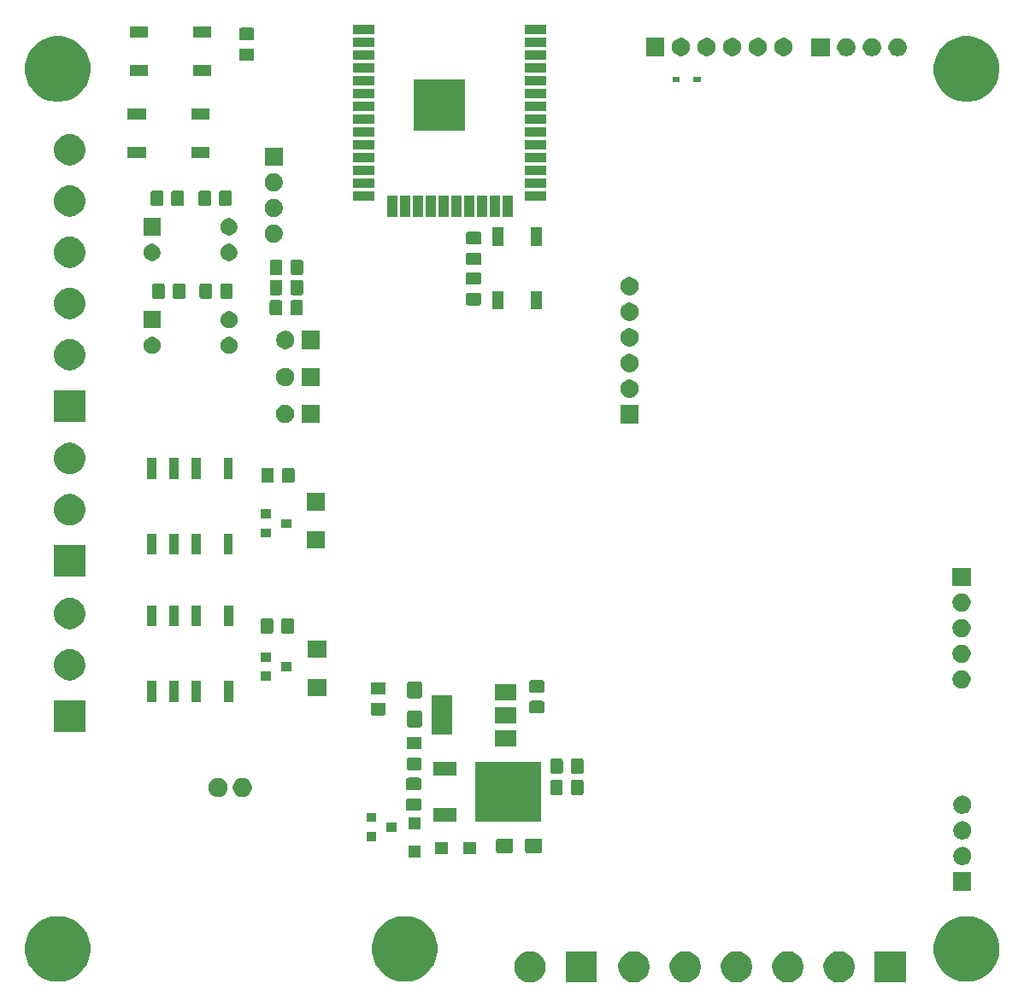
<source format=gbr>
G04 #@! TF.GenerationSoftware,KiCad,Pcbnew,(5.1.5)-3*
G04 #@! TF.CreationDate,2020-07-15T20:50:45-05:00*
G04 #@! TF.ProjectId,MaquinaCovid,4d617175-696e-4614-936f-7669642e6b69,rev?*
G04 #@! TF.SameCoordinates,Original*
G04 #@! TF.FileFunction,Soldermask,Top*
G04 #@! TF.FilePolarity,Negative*
%FSLAX46Y46*%
G04 Gerber Fmt 4.6, Leading zero omitted, Abs format (unit mm)*
G04 Created by KiCad (PCBNEW (5.1.5)-3) date 2020-07-15 20:50:45*
%MOMM*%
%LPD*%
G04 APERTURE LIST*
%ADD10C,0.100000*%
G04 APERTURE END LIST*
D10*
G36*
X153318000Y-130508000D02*
G01*
X150216000Y-130508000D01*
X150216000Y-127406000D01*
X153318000Y-127406000D01*
X153318000Y-130508000D01*
G37*
G36*
X146989585Y-127435802D02*
G01*
X147139410Y-127465604D01*
X147421674Y-127582521D01*
X147675705Y-127752259D01*
X147891741Y-127968295D01*
X148061479Y-128222326D01*
X148178396Y-128504590D01*
X148194502Y-128585560D01*
X148237006Y-128799240D01*
X148238000Y-128804240D01*
X148238000Y-129109760D01*
X148178396Y-129409410D01*
X148061479Y-129691674D01*
X147891741Y-129945705D01*
X147675705Y-130161741D01*
X147421674Y-130331479D01*
X147139410Y-130448396D01*
X146989585Y-130478198D01*
X146839761Y-130508000D01*
X146534239Y-130508000D01*
X146384415Y-130478198D01*
X146234590Y-130448396D01*
X145952326Y-130331479D01*
X145698295Y-130161741D01*
X145482259Y-129945705D01*
X145312521Y-129691674D01*
X145195604Y-129409410D01*
X145136000Y-129109760D01*
X145136000Y-128804240D01*
X145136995Y-128799240D01*
X145179498Y-128585560D01*
X145195604Y-128504590D01*
X145312521Y-128222326D01*
X145482259Y-127968295D01*
X145698295Y-127752259D01*
X145952326Y-127582521D01*
X146234590Y-127465604D01*
X146384415Y-127435802D01*
X146534239Y-127406000D01*
X146839761Y-127406000D01*
X146989585Y-127435802D01*
G37*
G36*
X157307585Y-127430802D02*
G01*
X157457410Y-127460604D01*
X157739674Y-127577521D01*
X157993705Y-127747259D01*
X158209741Y-127963295D01*
X158379479Y-128217326D01*
X158496396Y-128499590D01*
X158497391Y-128504591D01*
X158556000Y-128799239D01*
X158556000Y-129104761D01*
X158544902Y-129160552D01*
X158496396Y-129404410D01*
X158379479Y-129686674D01*
X158209741Y-129940705D01*
X157993705Y-130156741D01*
X157739674Y-130326479D01*
X157457410Y-130443396D01*
X157307585Y-130473198D01*
X157157761Y-130503000D01*
X156852239Y-130503000D01*
X156702415Y-130473198D01*
X156552590Y-130443396D01*
X156270326Y-130326479D01*
X156016295Y-130156741D01*
X155800259Y-129940705D01*
X155630521Y-129686674D01*
X155513604Y-129404410D01*
X155465098Y-129160552D01*
X155454000Y-129104761D01*
X155454000Y-128799239D01*
X155512609Y-128504591D01*
X155513604Y-128499590D01*
X155630521Y-128217326D01*
X155800259Y-127963295D01*
X156016295Y-127747259D01*
X156270326Y-127577521D01*
X156552590Y-127460604D01*
X156702415Y-127430802D01*
X156852239Y-127401000D01*
X157157761Y-127401000D01*
X157307585Y-127430802D01*
G37*
G36*
X167467585Y-127430802D02*
G01*
X167617410Y-127460604D01*
X167899674Y-127577521D01*
X168153705Y-127747259D01*
X168369741Y-127963295D01*
X168539479Y-128217326D01*
X168656396Y-128499590D01*
X168657391Y-128504591D01*
X168716000Y-128799239D01*
X168716000Y-129104761D01*
X168704902Y-129160552D01*
X168656396Y-129404410D01*
X168539479Y-129686674D01*
X168369741Y-129940705D01*
X168153705Y-130156741D01*
X167899674Y-130326479D01*
X167617410Y-130443396D01*
X167467585Y-130473198D01*
X167317761Y-130503000D01*
X167012239Y-130503000D01*
X166862415Y-130473198D01*
X166712590Y-130443396D01*
X166430326Y-130326479D01*
X166176295Y-130156741D01*
X165960259Y-129940705D01*
X165790521Y-129686674D01*
X165673604Y-129404410D01*
X165625098Y-129160552D01*
X165614000Y-129104761D01*
X165614000Y-128799239D01*
X165672609Y-128504591D01*
X165673604Y-128499590D01*
X165790521Y-128217326D01*
X165960259Y-127963295D01*
X166176295Y-127747259D01*
X166430326Y-127577521D01*
X166712590Y-127460604D01*
X166862415Y-127430802D01*
X167012239Y-127401000D01*
X167317761Y-127401000D01*
X167467585Y-127430802D01*
G37*
G36*
X177627585Y-127430802D02*
G01*
X177777410Y-127460604D01*
X178059674Y-127577521D01*
X178313705Y-127747259D01*
X178529741Y-127963295D01*
X178699479Y-128217326D01*
X178816396Y-128499590D01*
X178817391Y-128504591D01*
X178876000Y-128799239D01*
X178876000Y-129104761D01*
X178864902Y-129160552D01*
X178816396Y-129404410D01*
X178699479Y-129686674D01*
X178529741Y-129940705D01*
X178313705Y-130156741D01*
X178059674Y-130326479D01*
X177777410Y-130443396D01*
X177627585Y-130473198D01*
X177477761Y-130503000D01*
X177172239Y-130503000D01*
X177022415Y-130473198D01*
X176872590Y-130443396D01*
X176590326Y-130326479D01*
X176336295Y-130156741D01*
X176120259Y-129940705D01*
X175950521Y-129686674D01*
X175833604Y-129404410D01*
X175785098Y-129160552D01*
X175774000Y-129104761D01*
X175774000Y-128799239D01*
X175832609Y-128504591D01*
X175833604Y-128499590D01*
X175950521Y-128217326D01*
X176120259Y-127963295D01*
X176336295Y-127747259D01*
X176590326Y-127577521D01*
X176872590Y-127460604D01*
X177022415Y-127430802D01*
X177172239Y-127401000D01*
X177477761Y-127401000D01*
X177627585Y-127430802D01*
G37*
G36*
X172547585Y-127430802D02*
G01*
X172697410Y-127460604D01*
X172979674Y-127577521D01*
X173233705Y-127747259D01*
X173449741Y-127963295D01*
X173619479Y-128217326D01*
X173736396Y-128499590D01*
X173737391Y-128504591D01*
X173796000Y-128799239D01*
X173796000Y-129104761D01*
X173784902Y-129160552D01*
X173736396Y-129404410D01*
X173619479Y-129686674D01*
X173449741Y-129940705D01*
X173233705Y-130156741D01*
X172979674Y-130326479D01*
X172697410Y-130443396D01*
X172547585Y-130473198D01*
X172397761Y-130503000D01*
X172092239Y-130503000D01*
X171942415Y-130473198D01*
X171792590Y-130443396D01*
X171510326Y-130326479D01*
X171256295Y-130156741D01*
X171040259Y-129940705D01*
X170870521Y-129686674D01*
X170753604Y-129404410D01*
X170705098Y-129160552D01*
X170694000Y-129104761D01*
X170694000Y-128799239D01*
X170752609Y-128504591D01*
X170753604Y-128499590D01*
X170870521Y-128217326D01*
X171040259Y-127963295D01*
X171256295Y-127747259D01*
X171510326Y-127577521D01*
X171792590Y-127460604D01*
X171942415Y-127430802D01*
X172092239Y-127401000D01*
X172397761Y-127401000D01*
X172547585Y-127430802D01*
G37*
G36*
X162387585Y-127430802D02*
G01*
X162537410Y-127460604D01*
X162819674Y-127577521D01*
X163073705Y-127747259D01*
X163289741Y-127963295D01*
X163459479Y-128217326D01*
X163576396Y-128499590D01*
X163577391Y-128504591D01*
X163636000Y-128799239D01*
X163636000Y-129104761D01*
X163624902Y-129160552D01*
X163576396Y-129404410D01*
X163459479Y-129686674D01*
X163289741Y-129940705D01*
X163073705Y-130156741D01*
X162819674Y-130326479D01*
X162537410Y-130443396D01*
X162387585Y-130473198D01*
X162237761Y-130503000D01*
X161932239Y-130503000D01*
X161782415Y-130473198D01*
X161632590Y-130443396D01*
X161350326Y-130326479D01*
X161096295Y-130156741D01*
X160880259Y-129940705D01*
X160710521Y-129686674D01*
X160593604Y-129404410D01*
X160545098Y-129160552D01*
X160534000Y-129104761D01*
X160534000Y-128799239D01*
X160592609Y-128504591D01*
X160593604Y-128499590D01*
X160710521Y-128217326D01*
X160880259Y-127963295D01*
X161096295Y-127747259D01*
X161350326Y-127577521D01*
X161632590Y-127460604D01*
X161782415Y-127430802D01*
X161932239Y-127401000D01*
X162237761Y-127401000D01*
X162387585Y-127430802D01*
G37*
G36*
X183956000Y-130503000D02*
G01*
X180854000Y-130503000D01*
X180854000Y-127401000D01*
X183956000Y-127401000D01*
X183956000Y-130503000D01*
G37*
G36*
X134924239Y-123987467D02*
G01*
X135238282Y-124049934D01*
X135829926Y-124295001D01*
X136362392Y-124650784D01*
X136815216Y-125103608D01*
X137170999Y-125636074D01*
X137416066Y-126227718D01*
X137416066Y-126227719D01*
X137541000Y-126855803D01*
X137541000Y-127496197D01*
X137491060Y-127747260D01*
X137416066Y-128124282D01*
X137170999Y-128715926D01*
X136815216Y-129248392D01*
X136362392Y-129701216D01*
X135829926Y-130056999D01*
X135238282Y-130302066D01*
X134924239Y-130364533D01*
X134610197Y-130427000D01*
X133969803Y-130427000D01*
X133655761Y-130364533D01*
X133341718Y-130302066D01*
X132750074Y-130056999D01*
X132217608Y-129701216D01*
X131764784Y-129248392D01*
X131409001Y-128715926D01*
X131163934Y-128124282D01*
X131088940Y-127747260D01*
X131039000Y-127496197D01*
X131039000Y-126855803D01*
X131163934Y-126227719D01*
X131163934Y-126227718D01*
X131409001Y-125636074D01*
X131764784Y-125103608D01*
X132217608Y-124650784D01*
X132750074Y-124295001D01*
X133341718Y-124049934D01*
X133655761Y-123987467D01*
X133969803Y-123925000D01*
X134610197Y-123925000D01*
X134924239Y-123987467D01*
G37*
G36*
X190574239Y-123987467D02*
G01*
X190888282Y-124049934D01*
X191479926Y-124295001D01*
X192012392Y-124650784D01*
X192465216Y-125103608D01*
X192820999Y-125636074D01*
X193066066Y-126227718D01*
X193066066Y-126227719D01*
X193191000Y-126855803D01*
X193191000Y-127496197D01*
X193141060Y-127747260D01*
X193066066Y-128124282D01*
X192820999Y-128715926D01*
X192465216Y-129248392D01*
X192012392Y-129701216D01*
X191479926Y-130056999D01*
X190888282Y-130302066D01*
X190574239Y-130364533D01*
X190260197Y-130427000D01*
X189619803Y-130427000D01*
X189305761Y-130364533D01*
X188991718Y-130302066D01*
X188400074Y-130056999D01*
X187867608Y-129701216D01*
X187414784Y-129248392D01*
X187059001Y-128715926D01*
X186813934Y-128124282D01*
X186738940Y-127747260D01*
X186689000Y-127496197D01*
X186689000Y-126855803D01*
X186813934Y-126227719D01*
X186813934Y-126227718D01*
X187059001Y-125636074D01*
X187414784Y-125103608D01*
X187867608Y-124650784D01*
X188400074Y-124295001D01*
X188991718Y-124049934D01*
X189305761Y-123987467D01*
X189619803Y-123925000D01*
X190260197Y-123925000D01*
X190574239Y-123987467D01*
G37*
G36*
X100550239Y-123987467D02*
G01*
X100864282Y-124049934D01*
X101455926Y-124295001D01*
X101988392Y-124650784D01*
X102441216Y-125103608D01*
X102796999Y-125636074D01*
X103042066Y-126227718D01*
X103042066Y-126227719D01*
X103167000Y-126855803D01*
X103167000Y-127496197D01*
X103117060Y-127747260D01*
X103042066Y-128124282D01*
X102796999Y-128715926D01*
X102441216Y-129248392D01*
X101988392Y-129701216D01*
X101455926Y-130056999D01*
X100864282Y-130302066D01*
X100550239Y-130364533D01*
X100236197Y-130427000D01*
X99595803Y-130427000D01*
X99281761Y-130364533D01*
X98967718Y-130302066D01*
X98376074Y-130056999D01*
X97843608Y-129701216D01*
X97390784Y-129248392D01*
X97035001Y-128715926D01*
X96789934Y-128124282D01*
X96714940Y-127747260D01*
X96665000Y-127496197D01*
X96665000Y-126855803D01*
X96789934Y-126227719D01*
X96789934Y-126227718D01*
X97035001Y-125636074D01*
X97390784Y-125103608D01*
X97843608Y-124650784D01*
X98376074Y-124295001D01*
X98967718Y-124049934D01*
X99281761Y-123987467D01*
X99595803Y-123925000D01*
X100236197Y-123925000D01*
X100550239Y-123987467D01*
G37*
G36*
X190419000Y-121400000D02*
G01*
X188617000Y-121400000D01*
X188617000Y-119598000D01*
X190419000Y-119598000D01*
X190419000Y-121400000D01*
G37*
G36*
X189631512Y-117062927D02*
G01*
X189780812Y-117092624D01*
X189944784Y-117160544D01*
X190092354Y-117259147D01*
X190217853Y-117384646D01*
X190316456Y-117532216D01*
X190384376Y-117696188D01*
X190419000Y-117870259D01*
X190419000Y-118047741D01*
X190384376Y-118221812D01*
X190316456Y-118385784D01*
X190217853Y-118533354D01*
X190092354Y-118658853D01*
X189944784Y-118757456D01*
X189780812Y-118825376D01*
X189631512Y-118855073D01*
X189606742Y-118860000D01*
X189429258Y-118860000D01*
X189404488Y-118855073D01*
X189255188Y-118825376D01*
X189091216Y-118757456D01*
X188943646Y-118658853D01*
X188818147Y-118533354D01*
X188719544Y-118385784D01*
X188651624Y-118221812D01*
X188617000Y-118047741D01*
X188617000Y-117870259D01*
X188651624Y-117696188D01*
X188719544Y-117532216D01*
X188818147Y-117384646D01*
X188943646Y-117259147D01*
X189091216Y-117160544D01*
X189255188Y-117092624D01*
X189404488Y-117062927D01*
X189429258Y-117058000D01*
X189606742Y-117058000D01*
X189631512Y-117062927D01*
G37*
G36*
X135830000Y-118157000D02*
G01*
X134628000Y-118157000D01*
X134628000Y-116955000D01*
X135830000Y-116955000D01*
X135830000Y-118157000D01*
G37*
G36*
X141331000Y-117796000D02*
G01*
X140129000Y-117796000D01*
X140129000Y-116594000D01*
X141331000Y-116594000D01*
X141331000Y-117796000D01*
G37*
G36*
X138531000Y-117796000D02*
G01*
X137329000Y-117796000D01*
X137329000Y-116594000D01*
X138531000Y-116594000D01*
X138531000Y-117796000D01*
G37*
G36*
X144868298Y-116229247D02*
G01*
X144903867Y-116240037D01*
X144936639Y-116257554D01*
X144965369Y-116281131D01*
X144988946Y-116309861D01*
X145006463Y-116342633D01*
X145017253Y-116378202D01*
X145021500Y-116421325D01*
X145021500Y-117480675D01*
X145017253Y-117523798D01*
X145006463Y-117559367D01*
X144988946Y-117592139D01*
X144965369Y-117620869D01*
X144936639Y-117644446D01*
X144903867Y-117661963D01*
X144868298Y-117672753D01*
X144825175Y-117677000D01*
X143540825Y-117677000D01*
X143497702Y-117672753D01*
X143462133Y-117661963D01*
X143429361Y-117644446D01*
X143400631Y-117620869D01*
X143377054Y-117592139D01*
X143359537Y-117559367D01*
X143348747Y-117523798D01*
X143344500Y-117480675D01*
X143344500Y-116421325D01*
X143348747Y-116378202D01*
X143359537Y-116342633D01*
X143377054Y-116309861D01*
X143400631Y-116281131D01*
X143429361Y-116257554D01*
X143462133Y-116240037D01*
X143497702Y-116229247D01*
X143540825Y-116225000D01*
X144825175Y-116225000D01*
X144868298Y-116229247D01*
G37*
G36*
X147743298Y-116229247D02*
G01*
X147778867Y-116240037D01*
X147811639Y-116257554D01*
X147840369Y-116281131D01*
X147863946Y-116309861D01*
X147881463Y-116342633D01*
X147892253Y-116378202D01*
X147896500Y-116421325D01*
X147896500Y-117480675D01*
X147892253Y-117523798D01*
X147881463Y-117559367D01*
X147863946Y-117592139D01*
X147840369Y-117620869D01*
X147811639Y-117644446D01*
X147778867Y-117661963D01*
X147743298Y-117672753D01*
X147700175Y-117677000D01*
X146415825Y-117677000D01*
X146372702Y-117672753D01*
X146337133Y-117661963D01*
X146304361Y-117644446D01*
X146275631Y-117620869D01*
X146252054Y-117592139D01*
X146234537Y-117559367D01*
X146223747Y-117523798D01*
X146219500Y-117480675D01*
X146219500Y-116421325D01*
X146223747Y-116378202D01*
X146234537Y-116342633D01*
X146252054Y-116309861D01*
X146275631Y-116281131D01*
X146304361Y-116257554D01*
X146337133Y-116240037D01*
X146372702Y-116229247D01*
X146415825Y-116225000D01*
X147700175Y-116225000D01*
X147743298Y-116229247D01*
G37*
G36*
X131492000Y-116498000D02*
G01*
X130490000Y-116498000D01*
X130490000Y-115596000D01*
X131492000Y-115596000D01*
X131492000Y-116498000D01*
G37*
G36*
X189631512Y-114522927D02*
G01*
X189780812Y-114552624D01*
X189944784Y-114620544D01*
X190092354Y-114719147D01*
X190217853Y-114844646D01*
X190316456Y-114992216D01*
X190384376Y-115156188D01*
X190419000Y-115330259D01*
X190419000Y-115507741D01*
X190384376Y-115681812D01*
X190316456Y-115845784D01*
X190217853Y-115993354D01*
X190092354Y-116118853D01*
X189944784Y-116217456D01*
X189780812Y-116285376D01*
X189631512Y-116315073D01*
X189606742Y-116320000D01*
X189429258Y-116320000D01*
X189404488Y-116315073D01*
X189255188Y-116285376D01*
X189091216Y-116217456D01*
X188943646Y-116118853D01*
X188818147Y-115993354D01*
X188719544Y-115845784D01*
X188651624Y-115681812D01*
X188617000Y-115507741D01*
X188617000Y-115330259D01*
X188651624Y-115156188D01*
X188719544Y-114992216D01*
X188818147Y-114844646D01*
X188943646Y-114719147D01*
X189091216Y-114620544D01*
X189255188Y-114552624D01*
X189404488Y-114522927D01*
X189429258Y-114518000D01*
X189606742Y-114518000D01*
X189631512Y-114522927D01*
G37*
G36*
X133492000Y-115548000D02*
G01*
X132490000Y-115548000D01*
X132490000Y-114646000D01*
X133492000Y-114646000D01*
X133492000Y-115548000D01*
G37*
G36*
X135830000Y-115357000D02*
G01*
X134628000Y-115357000D01*
X134628000Y-114155000D01*
X135830000Y-114155000D01*
X135830000Y-115357000D01*
G37*
G36*
X131492000Y-114598000D02*
G01*
X130490000Y-114598000D01*
X130490000Y-113696000D01*
X131492000Y-113696000D01*
X131492000Y-114598000D01*
G37*
G36*
X147785000Y-114552000D02*
G01*
X141283000Y-114552000D01*
X141283000Y-108650000D01*
X147785000Y-108650000D01*
X147785000Y-114552000D01*
G37*
G36*
X139385000Y-114532000D02*
G01*
X137083000Y-114532000D01*
X137083000Y-113230000D01*
X139385000Y-113230000D01*
X139385000Y-114532000D01*
G37*
G36*
X189631512Y-111982927D02*
G01*
X189780812Y-112012624D01*
X189944784Y-112080544D01*
X190092354Y-112179147D01*
X190217853Y-112304646D01*
X190316456Y-112452216D01*
X190384376Y-112616188D01*
X190419000Y-112790259D01*
X190419000Y-112967741D01*
X190384376Y-113141812D01*
X190316456Y-113305784D01*
X190217853Y-113453354D01*
X190092354Y-113578853D01*
X189944784Y-113677456D01*
X189780812Y-113745376D01*
X189631512Y-113775073D01*
X189606742Y-113780000D01*
X189429258Y-113780000D01*
X189404488Y-113775073D01*
X189255188Y-113745376D01*
X189091216Y-113677456D01*
X188943646Y-113578853D01*
X188818147Y-113453354D01*
X188719544Y-113305784D01*
X188651624Y-113141812D01*
X188617000Y-112967741D01*
X188617000Y-112790259D01*
X188651624Y-112616188D01*
X188719544Y-112452216D01*
X188818147Y-112304646D01*
X188943646Y-112179147D01*
X189091216Y-112080544D01*
X189255188Y-112012624D01*
X189404488Y-111982927D01*
X189429258Y-111978000D01*
X189606742Y-111978000D01*
X189631512Y-111982927D01*
G37*
G36*
X135761674Y-112254465D02*
G01*
X135799367Y-112265899D01*
X135834103Y-112284466D01*
X135864548Y-112309452D01*
X135889534Y-112339897D01*
X135908101Y-112374633D01*
X135919535Y-112412326D01*
X135924000Y-112457661D01*
X135924000Y-113294339D01*
X135919535Y-113339674D01*
X135908101Y-113377367D01*
X135889534Y-113412103D01*
X135864548Y-113442548D01*
X135834103Y-113467534D01*
X135799367Y-113486101D01*
X135761674Y-113497535D01*
X135716339Y-113502000D01*
X134629661Y-113502000D01*
X134584326Y-113497535D01*
X134546633Y-113486101D01*
X134511897Y-113467534D01*
X134481452Y-113442548D01*
X134456466Y-113412103D01*
X134437899Y-113377367D01*
X134426465Y-113339674D01*
X134422000Y-113294339D01*
X134422000Y-112457661D01*
X134426465Y-112412326D01*
X134437899Y-112374633D01*
X134456466Y-112339897D01*
X134481452Y-112309452D01*
X134511897Y-112284466D01*
X134546633Y-112265899D01*
X134584326Y-112254465D01*
X134629661Y-112250000D01*
X135716339Y-112250000D01*
X135761674Y-112254465D01*
G37*
G36*
X118482395Y-110257546D02*
G01*
X118655466Y-110329234D01*
X118713509Y-110368017D01*
X118811227Y-110433310D01*
X118943690Y-110565773D01*
X118943691Y-110565775D01*
X119047766Y-110721534D01*
X119119454Y-110894605D01*
X119156000Y-111078333D01*
X119156000Y-111265667D01*
X119119454Y-111449395D01*
X119047766Y-111622466D01*
X119047765Y-111622467D01*
X118943690Y-111778227D01*
X118811227Y-111910690D01*
X118801783Y-111917000D01*
X118655466Y-112014766D01*
X118482395Y-112086454D01*
X118298667Y-112123000D01*
X118111333Y-112123000D01*
X117927605Y-112086454D01*
X117754534Y-112014766D01*
X117608217Y-111917000D01*
X117598773Y-111910690D01*
X117466310Y-111778227D01*
X117362235Y-111622467D01*
X117362234Y-111622466D01*
X117290546Y-111449395D01*
X117254000Y-111265667D01*
X117254000Y-111078333D01*
X117290546Y-110894605D01*
X117362234Y-110721534D01*
X117466309Y-110565775D01*
X117466310Y-110565773D01*
X117598773Y-110433310D01*
X117696491Y-110368017D01*
X117754534Y-110329234D01*
X117927605Y-110257546D01*
X118111333Y-110221000D01*
X118298667Y-110221000D01*
X118482395Y-110257546D01*
G37*
G36*
X116082395Y-110257546D02*
G01*
X116255466Y-110329234D01*
X116313509Y-110368017D01*
X116411227Y-110433310D01*
X116543690Y-110565773D01*
X116543691Y-110565775D01*
X116647766Y-110721534D01*
X116719454Y-110894605D01*
X116756000Y-111078333D01*
X116756000Y-111265667D01*
X116719454Y-111449395D01*
X116647766Y-111622466D01*
X116647765Y-111622467D01*
X116543690Y-111778227D01*
X116411227Y-111910690D01*
X116401783Y-111917000D01*
X116255466Y-112014766D01*
X116082395Y-112086454D01*
X115898667Y-112123000D01*
X115711333Y-112123000D01*
X115527605Y-112086454D01*
X115354534Y-112014766D01*
X115208217Y-111917000D01*
X115198773Y-111910690D01*
X115066310Y-111778227D01*
X114962235Y-111622467D01*
X114962234Y-111622466D01*
X114890546Y-111449395D01*
X114854000Y-111265667D01*
X114854000Y-111078333D01*
X114890546Y-110894605D01*
X114962234Y-110721534D01*
X115066309Y-110565775D01*
X115066310Y-110565773D01*
X115198773Y-110433310D01*
X115296491Y-110368017D01*
X115354534Y-110329234D01*
X115527605Y-110257546D01*
X115711333Y-110221000D01*
X115898667Y-110221000D01*
X116082395Y-110257546D01*
G37*
G36*
X149782674Y-110419465D02*
G01*
X149820367Y-110430899D01*
X149855103Y-110449466D01*
X149885548Y-110474452D01*
X149910534Y-110504897D01*
X149929101Y-110539633D01*
X149940535Y-110577326D01*
X149945000Y-110622661D01*
X149945000Y-111709339D01*
X149940535Y-111754674D01*
X149929101Y-111792367D01*
X149910534Y-111827103D01*
X149885548Y-111857548D01*
X149855103Y-111882534D01*
X149820367Y-111901101D01*
X149782674Y-111912535D01*
X149737339Y-111917000D01*
X148900661Y-111917000D01*
X148855326Y-111912535D01*
X148817633Y-111901101D01*
X148782897Y-111882534D01*
X148752452Y-111857548D01*
X148727466Y-111827103D01*
X148708899Y-111792367D01*
X148697465Y-111754674D01*
X148693000Y-111709339D01*
X148693000Y-110622661D01*
X148697465Y-110577326D01*
X148708899Y-110539633D01*
X148727466Y-110504897D01*
X148752452Y-110474452D01*
X148782897Y-110449466D01*
X148817633Y-110430899D01*
X148855326Y-110419465D01*
X148900661Y-110415000D01*
X149737339Y-110415000D01*
X149782674Y-110419465D01*
G37*
G36*
X151832674Y-110419465D02*
G01*
X151870367Y-110430899D01*
X151905103Y-110449466D01*
X151935548Y-110474452D01*
X151960534Y-110504897D01*
X151979101Y-110539633D01*
X151990535Y-110577326D01*
X151995000Y-110622661D01*
X151995000Y-111709339D01*
X151990535Y-111754674D01*
X151979101Y-111792367D01*
X151960534Y-111827103D01*
X151935548Y-111857548D01*
X151905103Y-111882534D01*
X151870367Y-111901101D01*
X151832674Y-111912535D01*
X151787339Y-111917000D01*
X150950661Y-111917000D01*
X150905326Y-111912535D01*
X150867633Y-111901101D01*
X150832897Y-111882534D01*
X150802452Y-111857548D01*
X150777466Y-111827103D01*
X150758899Y-111792367D01*
X150747465Y-111754674D01*
X150743000Y-111709339D01*
X150743000Y-110622661D01*
X150747465Y-110577326D01*
X150758899Y-110539633D01*
X150777466Y-110504897D01*
X150802452Y-110474452D01*
X150832897Y-110449466D01*
X150867633Y-110430899D01*
X150905326Y-110419465D01*
X150950661Y-110415000D01*
X151787339Y-110415000D01*
X151832674Y-110419465D01*
G37*
G36*
X135761674Y-110204465D02*
G01*
X135799367Y-110215899D01*
X135834103Y-110234466D01*
X135864548Y-110259452D01*
X135889534Y-110289897D01*
X135908101Y-110324633D01*
X135919535Y-110362326D01*
X135924000Y-110407661D01*
X135924000Y-111244339D01*
X135919535Y-111289674D01*
X135908101Y-111327367D01*
X135889534Y-111362103D01*
X135864548Y-111392548D01*
X135834103Y-111417534D01*
X135799367Y-111436101D01*
X135761674Y-111447535D01*
X135716339Y-111452000D01*
X134629661Y-111452000D01*
X134584326Y-111447535D01*
X134546633Y-111436101D01*
X134511897Y-111417534D01*
X134481452Y-111392548D01*
X134456466Y-111362103D01*
X134437899Y-111327367D01*
X134426465Y-111289674D01*
X134422000Y-111244339D01*
X134422000Y-110407661D01*
X134426465Y-110362326D01*
X134437899Y-110324633D01*
X134456466Y-110289897D01*
X134481452Y-110259452D01*
X134511897Y-110234466D01*
X134546633Y-110215899D01*
X134584326Y-110204465D01*
X134629661Y-110200000D01*
X135716339Y-110200000D01*
X135761674Y-110204465D01*
G37*
G36*
X139385000Y-109972000D02*
G01*
X137083000Y-109972000D01*
X137083000Y-108670000D01*
X139385000Y-108670000D01*
X139385000Y-109972000D01*
G37*
G36*
X151839674Y-108306465D02*
G01*
X151877367Y-108317899D01*
X151912103Y-108336466D01*
X151942548Y-108361452D01*
X151967534Y-108391897D01*
X151986101Y-108426633D01*
X151997535Y-108464326D01*
X152002000Y-108509661D01*
X152002000Y-109596339D01*
X151997535Y-109641674D01*
X151986101Y-109679367D01*
X151967534Y-109714103D01*
X151942548Y-109744548D01*
X151912103Y-109769534D01*
X151877367Y-109788101D01*
X151839674Y-109799535D01*
X151794339Y-109804000D01*
X150957661Y-109804000D01*
X150912326Y-109799535D01*
X150874633Y-109788101D01*
X150839897Y-109769534D01*
X150809452Y-109744548D01*
X150784466Y-109714103D01*
X150765899Y-109679367D01*
X150754465Y-109641674D01*
X150750000Y-109596339D01*
X150750000Y-108509661D01*
X150754465Y-108464326D01*
X150765899Y-108426633D01*
X150784466Y-108391897D01*
X150809452Y-108361452D01*
X150839897Y-108336466D01*
X150874633Y-108317899D01*
X150912326Y-108306465D01*
X150957661Y-108302000D01*
X151794339Y-108302000D01*
X151839674Y-108306465D01*
G37*
G36*
X149789674Y-108306465D02*
G01*
X149827367Y-108317899D01*
X149862103Y-108336466D01*
X149892548Y-108361452D01*
X149917534Y-108391897D01*
X149936101Y-108426633D01*
X149947535Y-108464326D01*
X149952000Y-108509661D01*
X149952000Y-109596339D01*
X149947535Y-109641674D01*
X149936101Y-109679367D01*
X149917534Y-109714103D01*
X149892548Y-109744548D01*
X149862103Y-109769534D01*
X149827367Y-109788101D01*
X149789674Y-109799535D01*
X149744339Y-109804000D01*
X148907661Y-109804000D01*
X148862326Y-109799535D01*
X148824633Y-109788101D01*
X148789897Y-109769534D01*
X148759452Y-109744548D01*
X148734466Y-109714103D01*
X148715899Y-109679367D01*
X148704465Y-109641674D01*
X148700000Y-109596339D01*
X148700000Y-108509661D01*
X148704465Y-108464326D01*
X148715899Y-108426633D01*
X148734466Y-108391897D01*
X148759452Y-108361452D01*
X148789897Y-108336466D01*
X148824633Y-108317899D01*
X148862326Y-108306465D01*
X148907661Y-108302000D01*
X149744339Y-108302000D01*
X149789674Y-108306465D01*
G37*
G36*
X135815674Y-108209465D02*
G01*
X135853367Y-108220899D01*
X135888103Y-108239466D01*
X135918548Y-108264452D01*
X135943534Y-108294897D01*
X135962101Y-108329633D01*
X135973535Y-108367326D01*
X135978000Y-108412661D01*
X135978000Y-109249339D01*
X135973535Y-109294674D01*
X135962101Y-109332367D01*
X135943534Y-109367103D01*
X135918548Y-109397548D01*
X135888103Y-109422534D01*
X135853367Y-109441101D01*
X135815674Y-109452535D01*
X135770339Y-109457000D01*
X134683661Y-109457000D01*
X134638326Y-109452535D01*
X134600633Y-109441101D01*
X134565897Y-109422534D01*
X134535452Y-109397548D01*
X134510466Y-109367103D01*
X134491899Y-109332367D01*
X134480465Y-109294674D01*
X134476000Y-109249339D01*
X134476000Y-108412661D01*
X134480465Y-108367326D01*
X134491899Y-108329633D01*
X134510466Y-108294897D01*
X134535452Y-108264452D01*
X134565897Y-108239466D01*
X134600633Y-108220899D01*
X134638326Y-108209465D01*
X134683661Y-108205000D01*
X135770339Y-108205000D01*
X135815674Y-108209465D01*
G37*
G36*
X135815674Y-106159465D02*
G01*
X135853367Y-106170899D01*
X135888103Y-106189466D01*
X135918548Y-106214452D01*
X135943534Y-106244897D01*
X135962101Y-106279633D01*
X135973535Y-106317326D01*
X135978000Y-106362661D01*
X135978000Y-107199339D01*
X135973535Y-107244674D01*
X135962101Y-107282367D01*
X135943534Y-107317103D01*
X135918548Y-107347548D01*
X135888103Y-107372534D01*
X135853367Y-107391101D01*
X135815674Y-107402535D01*
X135770339Y-107407000D01*
X134683661Y-107407000D01*
X134638326Y-107402535D01*
X134600633Y-107391101D01*
X134565897Y-107372534D01*
X134535452Y-107347548D01*
X134510466Y-107317103D01*
X134491899Y-107282367D01*
X134480465Y-107244674D01*
X134476000Y-107199339D01*
X134476000Y-106362661D01*
X134480465Y-106317326D01*
X134491899Y-106279633D01*
X134510466Y-106244897D01*
X134535452Y-106214452D01*
X134565897Y-106189466D01*
X134600633Y-106170899D01*
X134638326Y-106159465D01*
X134683661Y-106155000D01*
X135770339Y-106155000D01*
X135815674Y-106159465D01*
G37*
G36*
X145323000Y-107102000D02*
G01*
X143221000Y-107102000D01*
X143221000Y-105500000D01*
X145323000Y-105500000D01*
X145323000Y-107102000D01*
G37*
G36*
X139023000Y-105952000D02*
G01*
X136921000Y-105952000D01*
X136921000Y-102050000D01*
X139023000Y-102050000D01*
X139023000Y-105952000D01*
G37*
G36*
X102638000Y-105635000D02*
G01*
X99536000Y-105635000D01*
X99536000Y-102533000D01*
X102638000Y-102533000D01*
X102638000Y-105635000D01*
G37*
G36*
X135831798Y-103544247D02*
G01*
X135867367Y-103555037D01*
X135900139Y-103572554D01*
X135928869Y-103596131D01*
X135952446Y-103624861D01*
X135969963Y-103657633D01*
X135980753Y-103693202D01*
X135985000Y-103736325D01*
X135985000Y-105020675D01*
X135980753Y-105063798D01*
X135969963Y-105099367D01*
X135952446Y-105132139D01*
X135928869Y-105160869D01*
X135900139Y-105184446D01*
X135867367Y-105201963D01*
X135831798Y-105212753D01*
X135788675Y-105217000D01*
X134729325Y-105217000D01*
X134686202Y-105212753D01*
X134650633Y-105201963D01*
X134617861Y-105184446D01*
X134589131Y-105160869D01*
X134565554Y-105132139D01*
X134548037Y-105099367D01*
X134537247Y-105063798D01*
X134533000Y-105020675D01*
X134533000Y-103736325D01*
X134537247Y-103693202D01*
X134548037Y-103657633D01*
X134565554Y-103624861D01*
X134589131Y-103596131D01*
X134617861Y-103572554D01*
X134650633Y-103555037D01*
X134686202Y-103544247D01*
X134729325Y-103540000D01*
X135788675Y-103540000D01*
X135831798Y-103544247D01*
G37*
G36*
X145323000Y-104802000D02*
G01*
X143221000Y-104802000D01*
X143221000Y-103200000D01*
X145323000Y-103200000D01*
X145323000Y-104802000D01*
G37*
G36*
X132241674Y-102778465D02*
G01*
X132279367Y-102789899D01*
X132314103Y-102808466D01*
X132344548Y-102833452D01*
X132369534Y-102863897D01*
X132388101Y-102898633D01*
X132399535Y-102936326D01*
X132404000Y-102981661D01*
X132404000Y-103818339D01*
X132399535Y-103863674D01*
X132388101Y-103901367D01*
X132369534Y-103936103D01*
X132344548Y-103966548D01*
X132314103Y-103991534D01*
X132279367Y-104010101D01*
X132241674Y-104021535D01*
X132196339Y-104026000D01*
X131109661Y-104026000D01*
X131064326Y-104021535D01*
X131026633Y-104010101D01*
X130991897Y-103991534D01*
X130961452Y-103966548D01*
X130936466Y-103936103D01*
X130917899Y-103901367D01*
X130906465Y-103863674D01*
X130902000Y-103818339D01*
X130902000Y-102981661D01*
X130906465Y-102936326D01*
X130917899Y-102898633D01*
X130936466Y-102863897D01*
X130961452Y-102833452D01*
X130991897Y-102808466D01*
X131026633Y-102789899D01*
X131064326Y-102778465D01*
X131109661Y-102774000D01*
X132196339Y-102774000D01*
X132241674Y-102778465D01*
G37*
G36*
X147956674Y-102585465D02*
G01*
X147994367Y-102596899D01*
X148029103Y-102615466D01*
X148059548Y-102640452D01*
X148084534Y-102670897D01*
X148103101Y-102705633D01*
X148114535Y-102743326D01*
X148119000Y-102788661D01*
X148119000Y-103625339D01*
X148114535Y-103670674D01*
X148103101Y-103708367D01*
X148084534Y-103743103D01*
X148059548Y-103773548D01*
X148029103Y-103798534D01*
X147994367Y-103817101D01*
X147956674Y-103828535D01*
X147911339Y-103833000D01*
X146824661Y-103833000D01*
X146779326Y-103828535D01*
X146741633Y-103817101D01*
X146706897Y-103798534D01*
X146676452Y-103773548D01*
X146651466Y-103743103D01*
X146632899Y-103708367D01*
X146621465Y-103670674D01*
X146617000Y-103625339D01*
X146617000Y-102788661D01*
X146621465Y-102743326D01*
X146632899Y-102705633D01*
X146651466Y-102670897D01*
X146676452Y-102640452D01*
X146706897Y-102615466D01*
X146741633Y-102596899D01*
X146779326Y-102585465D01*
X146824661Y-102581000D01*
X147911339Y-102581000D01*
X147956674Y-102585465D01*
G37*
G36*
X111886000Y-102703000D02*
G01*
X110984000Y-102703000D01*
X110984000Y-100601000D01*
X111886000Y-100601000D01*
X111886000Y-102703000D01*
G37*
G36*
X109686000Y-102703000D02*
G01*
X108784000Y-102703000D01*
X108784000Y-100601000D01*
X109686000Y-100601000D01*
X109686000Y-102703000D01*
G37*
G36*
X114086000Y-102703000D02*
G01*
X113184000Y-102703000D01*
X113184000Y-100601000D01*
X114086000Y-100601000D01*
X114086000Y-102703000D01*
G37*
G36*
X117286000Y-102703000D02*
G01*
X116384000Y-102703000D01*
X116384000Y-100601000D01*
X117286000Y-100601000D01*
X117286000Y-102703000D01*
G37*
G36*
X145323000Y-102502000D02*
G01*
X143221000Y-102502000D01*
X143221000Y-100900000D01*
X145323000Y-100900000D01*
X145323000Y-102502000D01*
G37*
G36*
X135831798Y-100669247D02*
G01*
X135867367Y-100680037D01*
X135900139Y-100697554D01*
X135928869Y-100721131D01*
X135952446Y-100749861D01*
X135969963Y-100782633D01*
X135980753Y-100818202D01*
X135985000Y-100861325D01*
X135985000Y-102145675D01*
X135980753Y-102188798D01*
X135969963Y-102224367D01*
X135952446Y-102257139D01*
X135928869Y-102285869D01*
X135900139Y-102309446D01*
X135867367Y-102326963D01*
X135831798Y-102337753D01*
X135788675Y-102342000D01*
X134729325Y-102342000D01*
X134686202Y-102337753D01*
X134650633Y-102326963D01*
X134617861Y-102309446D01*
X134589131Y-102285869D01*
X134565554Y-102257139D01*
X134548037Y-102224367D01*
X134537247Y-102188798D01*
X134533000Y-102145675D01*
X134533000Y-100861325D01*
X134537247Y-100818202D01*
X134548037Y-100782633D01*
X134565554Y-100749861D01*
X134589131Y-100721131D01*
X134617861Y-100697554D01*
X134650633Y-100680037D01*
X134686202Y-100669247D01*
X134729325Y-100665000D01*
X135788675Y-100665000D01*
X135831798Y-100669247D01*
G37*
G36*
X126510000Y-102091000D02*
G01*
X124708000Y-102091000D01*
X124708000Y-100389000D01*
X126510000Y-100389000D01*
X126510000Y-102091000D01*
G37*
G36*
X132241674Y-100728465D02*
G01*
X132279367Y-100739899D01*
X132314103Y-100758466D01*
X132344548Y-100783452D01*
X132369534Y-100813897D01*
X132388101Y-100848633D01*
X132399535Y-100886326D01*
X132404000Y-100931661D01*
X132404000Y-101768339D01*
X132399535Y-101813674D01*
X132388101Y-101851367D01*
X132369534Y-101886103D01*
X132344548Y-101916548D01*
X132314103Y-101941534D01*
X132279367Y-101960101D01*
X132241674Y-101971535D01*
X132196339Y-101976000D01*
X131109661Y-101976000D01*
X131064326Y-101971535D01*
X131026633Y-101960101D01*
X130991897Y-101941534D01*
X130961452Y-101916548D01*
X130936466Y-101886103D01*
X130917899Y-101851367D01*
X130906465Y-101813674D01*
X130902000Y-101768339D01*
X130902000Y-100931661D01*
X130906465Y-100886326D01*
X130917899Y-100848633D01*
X130936466Y-100813897D01*
X130961452Y-100783452D01*
X130991897Y-100758466D01*
X131026633Y-100739899D01*
X131064326Y-100728465D01*
X131109661Y-100724000D01*
X132196339Y-100724000D01*
X132241674Y-100728465D01*
G37*
G36*
X147956674Y-100535465D02*
G01*
X147994367Y-100546899D01*
X148029103Y-100565466D01*
X148059548Y-100590452D01*
X148084534Y-100620897D01*
X148103101Y-100655633D01*
X148114535Y-100693326D01*
X148119000Y-100738661D01*
X148119000Y-101575339D01*
X148114535Y-101620674D01*
X148103101Y-101658367D01*
X148084534Y-101693103D01*
X148059548Y-101723548D01*
X148029103Y-101748534D01*
X147994367Y-101767101D01*
X147956674Y-101778535D01*
X147911339Y-101783000D01*
X146824661Y-101783000D01*
X146779326Y-101778535D01*
X146741633Y-101767101D01*
X146706897Y-101748534D01*
X146676452Y-101723548D01*
X146651466Y-101693103D01*
X146632899Y-101658367D01*
X146621465Y-101620674D01*
X146617000Y-101575339D01*
X146617000Y-100738661D01*
X146621465Y-100693326D01*
X146632899Y-100655633D01*
X146651466Y-100620897D01*
X146676452Y-100590452D01*
X146706897Y-100565466D01*
X146741633Y-100546899D01*
X146779326Y-100535465D01*
X146824661Y-100531000D01*
X147911339Y-100531000D01*
X147956674Y-100535465D01*
G37*
G36*
X189555512Y-99555927D02*
G01*
X189704812Y-99585624D01*
X189868784Y-99653544D01*
X190016354Y-99752147D01*
X190141853Y-99877646D01*
X190240456Y-100025216D01*
X190308376Y-100189188D01*
X190343000Y-100363259D01*
X190343000Y-100540741D01*
X190308376Y-100714812D01*
X190240456Y-100878784D01*
X190141853Y-101026354D01*
X190016354Y-101151853D01*
X189868784Y-101250456D01*
X189704812Y-101318376D01*
X189555512Y-101348073D01*
X189530742Y-101353000D01*
X189353258Y-101353000D01*
X189328488Y-101348073D01*
X189179188Y-101318376D01*
X189015216Y-101250456D01*
X188867646Y-101151853D01*
X188742147Y-101026354D01*
X188643544Y-100878784D01*
X188575624Y-100714812D01*
X188541000Y-100540741D01*
X188541000Y-100363259D01*
X188575624Y-100189188D01*
X188643544Y-100025216D01*
X188742147Y-99877646D01*
X188867646Y-99752147D01*
X189015216Y-99653544D01*
X189179188Y-99585624D01*
X189328488Y-99555927D01*
X189353258Y-99551000D01*
X189530742Y-99551000D01*
X189555512Y-99555927D01*
G37*
G36*
X121058000Y-100589000D02*
G01*
X120056000Y-100589000D01*
X120056000Y-99687000D01*
X121058000Y-99687000D01*
X121058000Y-100589000D01*
G37*
G36*
X101389585Y-97482802D02*
G01*
X101539410Y-97512604D01*
X101821674Y-97629521D01*
X102075705Y-97799259D01*
X102291741Y-98015295D01*
X102461479Y-98269326D01*
X102578396Y-98551590D01*
X102608198Y-98701415D01*
X102623507Y-98778376D01*
X102638000Y-98851240D01*
X102638000Y-99156760D01*
X102578396Y-99456410D01*
X102461479Y-99738674D01*
X102291741Y-99992705D01*
X102075705Y-100208741D01*
X101821674Y-100378479D01*
X101539410Y-100495396D01*
X101389585Y-100525198D01*
X101239761Y-100555000D01*
X100934239Y-100555000D01*
X100784415Y-100525198D01*
X100634590Y-100495396D01*
X100352326Y-100378479D01*
X100098295Y-100208741D01*
X99882259Y-99992705D01*
X99712521Y-99738674D01*
X99595604Y-99456410D01*
X99536000Y-99156760D01*
X99536000Y-98851240D01*
X99550494Y-98778376D01*
X99565802Y-98701415D01*
X99595604Y-98551590D01*
X99712521Y-98269326D01*
X99882259Y-98015295D01*
X100098295Y-97799259D01*
X100352326Y-97629521D01*
X100634590Y-97512604D01*
X100784415Y-97482802D01*
X100934239Y-97453000D01*
X101239761Y-97453000D01*
X101389585Y-97482802D01*
G37*
G36*
X123058000Y-99639000D02*
G01*
X122056000Y-99639000D01*
X122056000Y-98737000D01*
X123058000Y-98737000D01*
X123058000Y-99639000D01*
G37*
G36*
X189555512Y-97015927D02*
G01*
X189704812Y-97045624D01*
X189868784Y-97113544D01*
X190016354Y-97212147D01*
X190141853Y-97337646D01*
X190240456Y-97485216D01*
X190308376Y-97649188D01*
X190343000Y-97823259D01*
X190343000Y-98000741D01*
X190308376Y-98174812D01*
X190240456Y-98338784D01*
X190141853Y-98486354D01*
X190016354Y-98611853D01*
X189868784Y-98710456D01*
X189704812Y-98778376D01*
X189555512Y-98808073D01*
X189530742Y-98813000D01*
X189353258Y-98813000D01*
X189328488Y-98808073D01*
X189179188Y-98778376D01*
X189015216Y-98710456D01*
X188867646Y-98611853D01*
X188742147Y-98486354D01*
X188643544Y-98338784D01*
X188575624Y-98174812D01*
X188541000Y-98000741D01*
X188541000Y-97823259D01*
X188575624Y-97649188D01*
X188643544Y-97485216D01*
X188742147Y-97337646D01*
X188867646Y-97212147D01*
X189015216Y-97113544D01*
X189179188Y-97045624D01*
X189328488Y-97015927D01*
X189353258Y-97011000D01*
X189530742Y-97011000D01*
X189555512Y-97015927D01*
G37*
G36*
X121058000Y-98689000D02*
G01*
X120056000Y-98689000D01*
X120056000Y-97787000D01*
X121058000Y-97787000D01*
X121058000Y-98689000D01*
G37*
G36*
X126510000Y-98331000D02*
G01*
X124708000Y-98331000D01*
X124708000Y-96629000D01*
X126510000Y-96629000D01*
X126510000Y-98331000D01*
G37*
G36*
X189555512Y-94475927D02*
G01*
X189704812Y-94505624D01*
X189868784Y-94573544D01*
X190016354Y-94672147D01*
X190141853Y-94797646D01*
X190240456Y-94945216D01*
X190308376Y-95109188D01*
X190343000Y-95283259D01*
X190343000Y-95460741D01*
X190308376Y-95634812D01*
X190240456Y-95798784D01*
X190141853Y-95946354D01*
X190016354Y-96071853D01*
X189868784Y-96170456D01*
X189704812Y-96238376D01*
X189555512Y-96268073D01*
X189530742Y-96273000D01*
X189353258Y-96273000D01*
X189328488Y-96268073D01*
X189179188Y-96238376D01*
X189015216Y-96170456D01*
X188867646Y-96071853D01*
X188742147Y-95946354D01*
X188643544Y-95798784D01*
X188575624Y-95634812D01*
X188541000Y-95460741D01*
X188541000Y-95283259D01*
X188575624Y-95109188D01*
X188643544Y-94945216D01*
X188742147Y-94797646D01*
X188867646Y-94672147D01*
X189015216Y-94573544D01*
X189179188Y-94505624D01*
X189328488Y-94475927D01*
X189353258Y-94471000D01*
X189530742Y-94471000D01*
X189555512Y-94475927D01*
G37*
G36*
X123143674Y-94418465D02*
G01*
X123181367Y-94429899D01*
X123216103Y-94448466D01*
X123246548Y-94473452D01*
X123271534Y-94503897D01*
X123290101Y-94538633D01*
X123301535Y-94576326D01*
X123306000Y-94621661D01*
X123306000Y-95708339D01*
X123301535Y-95753674D01*
X123290101Y-95791367D01*
X123271534Y-95826103D01*
X123246548Y-95856548D01*
X123216103Y-95881534D01*
X123181367Y-95900101D01*
X123143674Y-95911535D01*
X123098339Y-95916000D01*
X122261661Y-95916000D01*
X122216326Y-95911535D01*
X122178633Y-95900101D01*
X122143897Y-95881534D01*
X122113452Y-95856548D01*
X122088466Y-95826103D01*
X122069899Y-95791367D01*
X122058465Y-95753674D01*
X122054000Y-95708339D01*
X122054000Y-94621661D01*
X122058465Y-94576326D01*
X122069899Y-94538633D01*
X122088466Y-94503897D01*
X122113452Y-94473452D01*
X122143897Y-94448466D01*
X122178633Y-94429899D01*
X122216326Y-94418465D01*
X122261661Y-94414000D01*
X123098339Y-94414000D01*
X123143674Y-94418465D01*
G37*
G36*
X121093674Y-94418465D02*
G01*
X121131367Y-94429899D01*
X121166103Y-94448466D01*
X121196548Y-94473452D01*
X121221534Y-94503897D01*
X121240101Y-94538633D01*
X121251535Y-94576326D01*
X121256000Y-94621661D01*
X121256000Y-95708339D01*
X121251535Y-95753674D01*
X121240101Y-95791367D01*
X121221534Y-95826103D01*
X121196548Y-95856548D01*
X121166103Y-95881534D01*
X121131367Y-95900101D01*
X121093674Y-95911535D01*
X121048339Y-95916000D01*
X120211661Y-95916000D01*
X120166326Y-95911535D01*
X120128633Y-95900101D01*
X120093897Y-95881534D01*
X120063452Y-95856548D01*
X120038466Y-95826103D01*
X120019899Y-95791367D01*
X120008465Y-95753674D01*
X120004000Y-95708339D01*
X120004000Y-94621661D01*
X120008465Y-94576326D01*
X120019899Y-94538633D01*
X120038466Y-94503897D01*
X120063452Y-94473452D01*
X120093897Y-94448466D01*
X120128633Y-94429899D01*
X120166326Y-94418465D01*
X120211661Y-94414000D01*
X121048339Y-94414000D01*
X121093674Y-94418465D01*
G37*
G36*
X101389585Y-92402802D02*
G01*
X101539410Y-92432604D01*
X101821674Y-92549521D01*
X102075705Y-92719259D01*
X102291741Y-92935295D01*
X102461479Y-93189326D01*
X102490248Y-93258782D01*
X102578396Y-93471591D01*
X102623507Y-93698376D01*
X102638000Y-93771240D01*
X102638000Y-94076760D01*
X102578396Y-94376410D01*
X102461479Y-94658674D01*
X102291741Y-94912705D01*
X102075705Y-95128741D01*
X101821674Y-95298479D01*
X101539410Y-95415396D01*
X101389585Y-95445198D01*
X101239761Y-95475000D01*
X100934239Y-95475000D01*
X100784415Y-95445198D01*
X100634590Y-95415396D01*
X100352326Y-95298479D01*
X100098295Y-95128741D01*
X99882259Y-94912705D01*
X99712521Y-94658674D01*
X99595604Y-94376410D01*
X99536000Y-94076760D01*
X99536000Y-93771240D01*
X99550494Y-93698376D01*
X99595604Y-93471591D01*
X99683752Y-93258782D01*
X99712521Y-93189326D01*
X99882259Y-92935295D01*
X100098295Y-92719259D01*
X100352326Y-92549521D01*
X100634590Y-92432604D01*
X100784415Y-92402802D01*
X100934239Y-92373000D01*
X101239761Y-92373000D01*
X101389585Y-92402802D01*
G37*
G36*
X114086000Y-95203000D02*
G01*
X113184000Y-95203000D01*
X113184000Y-93101000D01*
X114086000Y-93101000D01*
X114086000Y-95203000D01*
G37*
G36*
X109686000Y-95203000D02*
G01*
X108784000Y-95203000D01*
X108784000Y-93101000D01*
X109686000Y-93101000D01*
X109686000Y-95203000D01*
G37*
G36*
X111886000Y-95203000D02*
G01*
X110984000Y-95203000D01*
X110984000Y-93101000D01*
X111886000Y-93101000D01*
X111886000Y-95203000D01*
G37*
G36*
X117286000Y-95203000D02*
G01*
X116384000Y-95203000D01*
X116384000Y-93101000D01*
X117286000Y-93101000D01*
X117286000Y-95203000D01*
G37*
G36*
X189555512Y-91935927D02*
G01*
X189704812Y-91965624D01*
X189868784Y-92033544D01*
X190016354Y-92132147D01*
X190141853Y-92257646D01*
X190240456Y-92405216D01*
X190308376Y-92569188D01*
X190343000Y-92743259D01*
X190343000Y-92920741D01*
X190308376Y-93094812D01*
X190240456Y-93258784D01*
X190141853Y-93406354D01*
X190016354Y-93531853D01*
X189868784Y-93630456D01*
X189704812Y-93698376D01*
X189555512Y-93728073D01*
X189530742Y-93733000D01*
X189353258Y-93733000D01*
X189328488Y-93728073D01*
X189179188Y-93698376D01*
X189015216Y-93630456D01*
X188867646Y-93531853D01*
X188742147Y-93406354D01*
X188643544Y-93258784D01*
X188575624Y-93094812D01*
X188541000Y-92920741D01*
X188541000Y-92743259D01*
X188575624Y-92569188D01*
X188643544Y-92405216D01*
X188742147Y-92257646D01*
X188867646Y-92132147D01*
X189015216Y-92033544D01*
X189179188Y-91965624D01*
X189328488Y-91935927D01*
X189353258Y-91931000D01*
X189530742Y-91931000D01*
X189555512Y-91935927D01*
G37*
G36*
X190343000Y-91193000D02*
G01*
X188541000Y-91193000D01*
X188541000Y-89391000D01*
X190343000Y-89391000D01*
X190343000Y-91193000D01*
G37*
G36*
X102638000Y-90274000D02*
G01*
X99536000Y-90274000D01*
X99536000Y-87172000D01*
X102638000Y-87172000D01*
X102638000Y-90274000D01*
G37*
G36*
X114069000Y-88101000D02*
G01*
X113167000Y-88101000D01*
X113167000Y-85999000D01*
X114069000Y-85999000D01*
X114069000Y-88101000D01*
G37*
G36*
X117269000Y-88101000D02*
G01*
X116367000Y-88101000D01*
X116367000Y-85999000D01*
X117269000Y-85999000D01*
X117269000Y-88101000D01*
G37*
G36*
X111869000Y-88101000D02*
G01*
X110967000Y-88101000D01*
X110967000Y-85999000D01*
X111869000Y-85999000D01*
X111869000Y-88101000D01*
G37*
G36*
X109669000Y-88101000D02*
G01*
X108767000Y-88101000D01*
X108767000Y-85999000D01*
X109669000Y-85999000D01*
X109669000Y-88101000D01*
G37*
G36*
X126363000Y-87462000D02*
G01*
X124561000Y-87462000D01*
X124561000Y-85760000D01*
X126363000Y-85760000D01*
X126363000Y-87462000D01*
G37*
G36*
X121050000Y-86404000D02*
G01*
X120048000Y-86404000D01*
X120048000Y-85502000D01*
X121050000Y-85502000D01*
X121050000Y-86404000D01*
G37*
G36*
X123050000Y-85454000D02*
G01*
X122048000Y-85454000D01*
X122048000Y-84552000D01*
X123050000Y-84552000D01*
X123050000Y-85454000D01*
G37*
G36*
X101389585Y-82121802D02*
G01*
X101539410Y-82151604D01*
X101821674Y-82268521D01*
X102075705Y-82438259D01*
X102291741Y-82654295D01*
X102461479Y-82908326D01*
X102578396Y-83190590D01*
X102638000Y-83490240D01*
X102638000Y-83795760D01*
X102578396Y-84095410D01*
X102461479Y-84377674D01*
X102291741Y-84631705D01*
X102075705Y-84847741D01*
X101821674Y-85017479D01*
X101539410Y-85134396D01*
X101389585Y-85164198D01*
X101239761Y-85194000D01*
X100934239Y-85194000D01*
X100784415Y-85164198D01*
X100634590Y-85134396D01*
X100352326Y-85017479D01*
X100098295Y-84847741D01*
X99882259Y-84631705D01*
X99712521Y-84377674D01*
X99595604Y-84095410D01*
X99536000Y-83795760D01*
X99536000Y-83490240D01*
X99595604Y-83190590D01*
X99712521Y-82908326D01*
X99882259Y-82654295D01*
X100098295Y-82438259D01*
X100352326Y-82268521D01*
X100634590Y-82151604D01*
X100784415Y-82121802D01*
X100934239Y-82092000D01*
X101239761Y-82092000D01*
X101389585Y-82121802D01*
G37*
G36*
X121050000Y-84504000D02*
G01*
X120048000Y-84504000D01*
X120048000Y-83602000D01*
X121050000Y-83602000D01*
X121050000Y-84504000D01*
G37*
G36*
X126363000Y-83702000D02*
G01*
X124561000Y-83702000D01*
X124561000Y-82000000D01*
X126363000Y-82000000D01*
X126363000Y-83702000D01*
G37*
G36*
X123213674Y-79481465D02*
G01*
X123251367Y-79492899D01*
X123286103Y-79511466D01*
X123316548Y-79536452D01*
X123341534Y-79566897D01*
X123360101Y-79601633D01*
X123371535Y-79639326D01*
X123376000Y-79684661D01*
X123376000Y-80771339D01*
X123371535Y-80816674D01*
X123360101Y-80854367D01*
X123341534Y-80889103D01*
X123316548Y-80919548D01*
X123286103Y-80944534D01*
X123251367Y-80963101D01*
X123213674Y-80974535D01*
X123168339Y-80979000D01*
X122331661Y-80979000D01*
X122286326Y-80974535D01*
X122248633Y-80963101D01*
X122213897Y-80944534D01*
X122183452Y-80919548D01*
X122158466Y-80889103D01*
X122139899Y-80854367D01*
X122128465Y-80816674D01*
X122124000Y-80771339D01*
X122124000Y-79684661D01*
X122128465Y-79639326D01*
X122139899Y-79601633D01*
X122158466Y-79566897D01*
X122183452Y-79536452D01*
X122213897Y-79511466D01*
X122248633Y-79492899D01*
X122286326Y-79481465D01*
X122331661Y-79477000D01*
X123168339Y-79477000D01*
X123213674Y-79481465D01*
G37*
G36*
X121163674Y-79481465D02*
G01*
X121201367Y-79492899D01*
X121236103Y-79511466D01*
X121266548Y-79536452D01*
X121291534Y-79566897D01*
X121310101Y-79601633D01*
X121321535Y-79639326D01*
X121326000Y-79684661D01*
X121326000Y-80771339D01*
X121321535Y-80816674D01*
X121310101Y-80854367D01*
X121291534Y-80889103D01*
X121266548Y-80919548D01*
X121236103Y-80944534D01*
X121201367Y-80963101D01*
X121163674Y-80974535D01*
X121118339Y-80979000D01*
X120281661Y-80979000D01*
X120236326Y-80974535D01*
X120198633Y-80963101D01*
X120163897Y-80944534D01*
X120133452Y-80919548D01*
X120108466Y-80889103D01*
X120089899Y-80854367D01*
X120078465Y-80816674D01*
X120074000Y-80771339D01*
X120074000Y-79684661D01*
X120078465Y-79639326D01*
X120089899Y-79601633D01*
X120108466Y-79566897D01*
X120133452Y-79536452D01*
X120163897Y-79511466D01*
X120198633Y-79492899D01*
X120236326Y-79481465D01*
X120281661Y-79477000D01*
X121118339Y-79477000D01*
X121163674Y-79481465D01*
G37*
G36*
X114069000Y-80601000D02*
G01*
X113167000Y-80601000D01*
X113167000Y-78499000D01*
X114069000Y-78499000D01*
X114069000Y-80601000D01*
G37*
G36*
X109669000Y-80601000D02*
G01*
X108767000Y-80601000D01*
X108767000Y-78499000D01*
X109669000Y-78499000D01*
X109669000Y-80601000D01*
G37*
G36*
X111869000Y-80601000D02*
G01*
X110967000Y-80601000D01*
X110967000Y-78499000D01*
X111869000Y-78499000D01*
X111869000Y-80601000D01*
G37*
G36*
X117269000Y-80601000D02*
G01*
X116367000Y-80601000D01*
X116367000Y-78499000D01*
X117269000Y-78499000D01*
X117269000Y-80601000D01*
G37*
G36*
X101389585Y-77041802D02*
G01*
X101539410Y-77071604D01*
X101821674Y-77188521D01*
X102075705Y-77358259D01*
X102291741Y-77574295D01*
X102461479Y-77828326D01*
X102578396Y-78110590D01*
X102638000Y-78410240D01*
X102638000Y-78715760D01*
X102578396Y-79015410D01*
X102461479Y-79297674D01*
X102291741Y-79551705D01*
X102075705Y-79767741D01*
X101821674Y-79937479D01*
X101539410Y-80054396D01*
X101389585Y-80084198D01*
X101239761Y-80114000D01*
X100934239Y-80114000D01*
X100784415Y-80084198D01*
X100634590Y-80054396D01*
X100352326Y-79937479D01*
X100098295Y-79767741D01*
X99882259Y-79551705D01*
X99712521Y-79297674D01*
X99595604Y-79015410D01*
X99536000Y-78715760D01*
X99536000Y-78410240D01*
X99595604Y-78110590D01*
X99712521Y-77828326D01*
X99882259Y-77574295D01*
X100098295Y-77358259D01*
X100352326Y-77188521D01*
X100634590Y-77071604D01*
X100784415Y-77041802D01*
X100934239Y-77012000D01*
X101239761Y-77012000D01*
X101389585Y-77041802D01*
G37*
G36*
X157445000Y-75085000D02*
G01*
X155643000Y-75085000D01*
X155643000Y-73283000D01*
X157445000Y-73283000D01*
X157445000Y-75085000D01*
G37*
G36*
X125868000Y-75032000D02*
G01*
X124066000Y-75032000D01*
X124066000Y-73230000D01*
X125868000Y-73230000D01*
X125868000Y-75032000D01*
G37*
G36*
X122540512Y-73234927D02*
G01*
X122689812Y-73264624D01*
X122853784Y-73332544D01*
X123001354Y-73431147D01*
X123126853Y-73556646D01*
X123225456Y-73704216D01*
X123293376Y-73868188D01*
X123328000Y-74042259D01*
X123328000Y-74219741D01*
X123293376Y-74393812D01*
X123225456Y-74557784D01*
X123126853Y-74705354D01*
X123001354Y-74830853D01*
X122853784Y-74929456D01*
X122689812Y-74997376D01*
X122540512Y-75027073D01*
X122515742Y-75032000D01*
X122338258Y-75032000D01*
X122313488Y-75027073D01*
X122164188Y-74997376D01*
X122000216Y-74929456D01*
X121852646Y-74830853D01*
X121727147Y-74705354D01*
X121628544Y-74557784D01*
X121560624Y-74393812D01*
X121526000Y-74219741D01*
X121526000Y-74042259D01*
X121560624Y-73868188D01*
X121628544Y-73704216D01*
X121727147Y-73556646D01*
X121852646Y-73431147D01*
X122000216Y-73332544D01*
X122164188Y-73264624D01*
X122313488Y-73234927D01*
X122338258Y-73230000D01*
X122515742Y-73230000D01*
X122540512Y-73234927D01*
G37*
G36*
X102651000Y-74901000D02*
G01*
X99549000Y-74901000D01*
X99549000Y-71799000D01*
X102651000Y-71799000D01*
X102651000Y-74901000D01*
G37*
G36*
X156657512Y-70747927D02*
G01*
X156806812Y-70777624D01*
X156970784Y-70845544D01*
X157118354Y-70944147D01*
X157243853Y-71069646D01*
X157342456Y-71217216D01*
X157410376Y-71381188D01*
X157445000Y-71555259D01*
X157445000Y-71732741D01*
X157410376Y-71906812D01*
X157342456Y-72070784D01*
X157243853Y-72218354D01*
X157118354Y-72343853D01*
X156970784Y-72442456D01*
X156806812Y-72510376D01*
X156657512Y-72540073D01*
X156632742Y-72545000D01*
X156455258Y-72545000D01*
X156430488Y-72540073D01*
X156281188Y-72510376D01*
X156117216Y-72442456D01*
X155969646Y-72343853D01*
X155844147Y-72218354D01*
X155745544Y-72070784D01*
X155677624Y-71906812D01*
X155643000Y-71732741D01*
X155643000Y-71555259D01*
X155677624Y-71381188D01*
X155745544Y-71217216D01*
X155844147Y-71069646D01*
X155969646Y-70944147D01*
X156117216Y-70845544D01*
X156281188Y-70777624D01*
X156430488Y-70747927D01*
X156455258Y-70743000D01*
X156632742Y-70743000D01*
X156657512Y-70747927D01*
G37*
G36*
X122559512Y-69578927D02*
G01*
X122708812Y-69608624D01*
X122872784Y-69676544D01*
X123020354Y-69775147D01*
X123145853Y-69900646D01*
X123244456Y-70048216D01*
X123312376Y-70212188D01*
X123347000Y-70386259D01*
X123347000Y-70563741D01*
X123312376Y-70737812D01*
X123244456Y-70901784D01*
X123145853Y-71049354D01*
X123020354Y-71174853D01*
X122872784Y-71273456D01*
X122708812Y-71341376D01*
X122559512Y-71371073D01*
X122534742Y-71376000D01*
X122357258Y-71376000D01*
X122332488Y-71371073D01*
X122183188Y-71341376D01*
X122019216Y-71273456D01*
X121871646Y-71174853D01*
X121746147Y-71049354D01*
X121647544Y-70901784D01*
X121579624Y-70737812D01*
X121545000Y-70563741D01*
X121545000Y-70386259D01*
X121579624Y-70212188D01*
X121647544Y-70048216D01*
X121746147Y-69900646D01*
X121871646Y-69775147D01*
X122019216Y-69676544D01*
X122183188Y-69608624D01*
X122332488Y-69578927D01*
X122357258Y-69574000D01*
X122534742Y-69574000D01*
X122559512Y-69578927D01*
G37*
G36*
X125887000Y-71376000D02*
G01*
X124085000Y-71376000D01*
X124085000Y-69574000D01*
X125887000Y-69574000D01*
X125887000Y-71376000D01*
G37*
G36*
X156657512Y-68207927D02*
G01*
X156806812Y-68237624D01*
X156970784Y-68305544D01*
X157118354Y-68404147D01*
X157243853Y-68529646D01*
X157342456Y-68677216D01*
X157410376Y-68841188D01*
X157445000Y-69015259D01*
X157445000Y-69192741D01*
X157410376Y-69366812D01*
X157342456Y-69530784D01*
X157243853Y-69678354D01*
X157118354Y-69803853D01*
X156970784Y-69902456D01*
X156806812Y-69970376D01*
X156657512Y-70000073D01*
X156632742Y-70005000D01*
X156455258Y-70005000D01*
X156430488Y-70000073D01*
X156281188Y-69970376D01*
X156117216Y-69902456D01*
X155969646Y-69803853D01*
X155844147Y-69678354D01*
X155745544Y-69530784D01*
X155677624Y-69366812D01*
X155643000Y-69192741D01*
X155643000Y-69015259D01*
X155677624Y-68841188D01*
X155745544Y-68677216D01*
X155844147Y-68529646D01*
X155969646Y-68404147D01*
X156117216Y-68305544D01*
X156281188Y-68237624D01*
X156430488Y-68207927D01*
X156455258Y-68203000D01*
X156632742Y-68203000D01*
X156657512Y-68207927D01*
G37*
G36*
X101402585Y-66748802D02*
G01*
X101552410Y-66778604D01*
X101834674Y-66895521D01*
X102088705Y-67065259D01*
X102304741Y-67281295D01*
X102474479Y-67535326D01*
X102530832Y-67671376D01*
X102591396Y-67817591D01*
X102649192Y-68108148D01*
X102651000Y-68117240D01*
X102651000Y-68422760D01*
X102591396Y-68722410D01*
X102474479Y-69004674D01*
X102304741Y-69258705D01*
X102088705Y-69474741D01*
X101834674Y-69644479D01*
X101552410Y-69761396D01*
X101402585Y-69791198D01*
X101252761Y-69821000D01*
X100947239Y-69821000D01*
X100797415Y-69791198D01*
X100647590Y-69761396D01*
X100365326Y-69644479D01*
X100111295Y-69474741D01*
X99895259Y-69258705D01*
X99725521Y-69004674D01*
X99608604Y-68722410D01*
X99549000Y-68422760D01*
X99549000Y-68117240D01*
X99550809Y-68108148D01*
X99608604Y-67817591D01*
X99669168Y-67671376D01*
X99725521Y-67535326D01*
X99895259Y-67281295D01*
X100111295Y-67065259D01*
X100365326Y-66895521D01*
X100647590Y-66778604D01*
X100797415Y-66748802D01*
X100947239Y-66719000D01*
X101252761Y-66719000D01*
X101402585Y-66748802D01*
G37*
G36*
X117145228Y-66535703D02*
G01*
X117300100Y-66599853D01*
X117439481Y-66692985D01*
X117558015Y-66811519D01*
X117651147Y-66950900D01*
X117715297Y-67105772D01*
X117748000Y-67270184D01*
X117748000Y-67437816D01*
X117715297Y-67602228D01*
X117651147Y-67757100D01*
X117558015Y-67896481D01*
X117439481Y-68015015D01*
X117300100Y-68108147D01*
X117145228Y-68172297D01*
X116980816Y-68205000D01*
X116813184Y-68205000D01*
X116648772Y-68172297D01*
X116493900Y-68108147D01*
X116354519Y-68015015D01*
X116235985Y-67896481D01*
X116142853Y-67757100D01*
X116078703Y-67602228D01*
X116046000Y-67437816D01*
X116046000Y-67270184D01*
X116078703Y-67105772D01*
X116142853Y-66950900D01*
X116235985Y-66811519D01*
X116354519Y-66692985D01*
X116493900Y-66599853D01*
X116648772Y-66535703D01*
X116813184Y-66503000D01*
X116980816Y-66503000D01*
X117145228Y-66535703D01*
G37*
G36*
X109525228Y-66535703D02*
G01*
X109680100Y-66599853D01*
X109819481Y-66692985D01*
X109938015Y-66811519D01*
X110031147Y-66950900D01*
X110095297Y-67105772D01*
X110128000Y-67270184D01*
X110128000Y-67437816D01*
X110095297Y-67602228D01*
X110031147Y-67757100D01*
X109938015Y-67896481D01*
X109819481Y-68015015D01*
X109680100Y-68108147D01*
X109525228Y-68172297D01*
X109360816Y-68205000D01*
X109193184Y-68205000D01*
X109028772Y-68172297D01*
X108873900Y-68108147D01*
X108734519Y-68015015D01*
X108615985Y-67896481D01*
X108522853Y-67757100D01*
X108458703Y-67602228D01*
X108426000Y-67437816D01*
X108426000Y-67270184D01*
X108458703Y-67105772D01*
X108522853Y-66950900D01*
X108615985Y-66811519D01*
X108734519Y-66692985D01*
X108873900Y-66599853D01*
X109028772Y-66535703D01*
X109193184Y-66503000D01*
X109360816Y-66503000D01*
X109525228Y-66535703D01*
G37*
G36*
X122570512Y-65908927D02*
G01*
X122719812Y-65938624D01*
X122883784Y-66006544D01*
X123031354Y-66105147D01*
X123156853Y-66230646D01*
X123255456Y-66378216D01*
X123323376Y-66542188D01*
X123358000Y-66716259D01*
X123358000Y-66893741D01*
X123323376Y-67067812D01*
X123255456Y-67231784D01*
X123156853Y-67379354D01*
X123031354Y-67504853D01*
X122883784Y-67603456D01*
X122719812Y-67671376D01*
X122570512Y-67701073D01*
X122545742Y-67706000D01*
X122368258Y-67706000D01*
X122343488Y-67701073D01*
X122194188Y-67671376D01*
X122030216Y-67603456D01*
X121882646Y-67504853D01*
X121757147Y-67379354D01*
X121658544Y-67231784D01*
X121590624Y-67067812D01*
X121556000Y-66893741D01*
X121556000Y-66716259D01*
X121590624Y-66542188D01*
X121658544Y-66378216D01*
X121757147Y-66230646D01*
X121882646Y-66105147D01*
X122030216Y-66006544D01*
X122194188Y-65938624D01*
X122343488Y-65908927D01*
X122368258Y-65904000D01*
X122545742Y-65904000D01*
X122570512Y-65908927D01*
G37*
G36*
X125898000Y-67706000D02*
G01*
X124096000Y-67706000D01*
X124096000Y-65904000D01*
X125898000Y-65904000D01*
X125898000Y-67706000D01*
G37*
G36*
X156657512Y-65667927D02*
G01*
X156806812Y-65697624D01*
X156970784Y-65765544D01*
X157118354Y-65864147D01*
X157243853Y-65989646D01*
X157342456Y-66137216D01*
X157410376Y-66301188D01*
X157445000Y-66475259D01*
X157445000Y-66652741D01*
X157410376Y-66826812D01*
X157342456Y-66990784D01*
X157243853Y-67138354D01*
X157118354Y-67263853D01*
X156970784Y-67362456D01*
X156806812Y-67430376D01*
X156657512Y-67460073D01*
X156632742Y-67465000D01*
X156455258Y-67465000D01*
X156430488Y-67460073D01*
X156281188Y-67430376D01*
X156117216Y-67362456D01*
X155969646Y-67263853D01*
X155844147Y-67138354D01*
X155745544Y-66990784D01*
X155677624Y-66826812D01*
X155643000Y-66652741D01*
X155643000Y-66475259D01*
X155677624Y-66301188D01*
X155745544Y-66137216D01*
X155844147Y-65989646D01*
X155969646Y-65864147D01*
X156117216Y-65765544D01*
X156281188Y-65697624D01*
X156430488Y-65667927D01*
X156455258Y-65663000D01*
X156632742Y-65663000D01*
X156657512Y-65667927D01*
G37*
G36*
X110128000Y-65665000D02*
G01*
X108426000Y-65665000D01*
X108426000Y-63963000D01*
X110128000Y-63963000D01*
X110128000Y-65665000D01*
G37*
G36*
X117145228Y-63995703D02*
G01*
X117300100Y-64059853D01*
X117439481Y-64152985D01*
X117558015Y-64271519D01*
X117651147Y-64410900D01*
X117715297Y-64565772D01*
X117748000Y-64730184D01*
X117748000Y-64897816D01*
X117715297Y-65062228D01*
X117651147Y-65217100D01*
X117558015Y-65356481D01*
X117439481Y-65475015D01*
X117300100Y-65568147D01*
X117145228Y-65632297D01*
X116980816Y-65665000D01*
X116813184Y-65665000D01*
X116648772Y-65632297D01*
X116493900Y-65568147D01*
X116354519Y-65475015D01*
X116235985Y-65356481D01*
X116142853Y-65217100D01*
X116078703Y-65062228D01*
X116046000Y-64897816D01*
X116046000Y-64730184D01*
X116078703Y-64565772D01*
X116142853Y-64410900D01*
X116235985Y-64271519D01*
X116354519Y-64152985D01*
X116493900Y-64059853D01*
X116648772Y-63995703D01*
X116813184Y-63963000D01*
X116980816Y-63963000D01*
X117145228Y-63995703D01*
G37*
G36*
X156657512Y-63127927D02*
G01*
X156806812Y-63157624D01*
X156970784Y-63225544D01*
X157118354Y-63324147D01*
X157243853Y-63449646D01*
X157342456Y-63597216D01*
X157410376Y-63761188D01*
X157445000Y-63935259D01*
X157445000Y-64112741D01*
X157410376Y-64286812D01*
X157342456Y-64450784D01*
X157243853Y-64598354D01*
X157118354Y-64723853D01*
X156970784Y-64822456D01*
X156806812Y-64890376D01*
X156657512Y-64920073D01*
X156632742Y-64925000D01*
X156455258Y-64925000D01*
X156430488Y-64920073D01*
X156281188Y-64890376D01*
X156117216Y-64822456D01*
X155969646Y-64723853D01*
X155844147Y-64598354D01*
X155745544Y-64450784D01*
X155677624Y-64286812D01*
X155643000Y-64112741D01*
X155643000Y-63935259D01*
X155677624Y-63761188D01*
X155745544Y-63597216D01*
X155844147Y-63449646D01*
X155969646Y-63324147D01*
X156117216Y-63225544D01*
X156281188Y-63157624D01*
X156430488Y-63127927D01*
X156455258Y-63123000D01*
X156632742Y-63123000D01*
X156657512Y-63127927D01*
G37*
G36*
X101402585Y-61668802D02*
G01*
X101552410Y-61698604D01*
X101834674Y-61815521D01*
X102088705Y-61985259D01*
X102304741Y-62201295D01*
X102474479Y-62455326D01*
X102588666Y-62731000D01*
X102591396Y-62737591D01*
X102651000Y-63037239D01*
X102651000Y-63342761D01*
X102647316Y-63361282D01*
X102591396Y-63642410D01*
X102474479Y-63924674D01*
X102304741Y-64178705D01*
X102088705Y-64394741D01*
X101834674Y-64564479D01*
X101552410Y-64681396D01*
X101402585Y-64711198D01*
X101252761Y-64741000D01*
X100947239Y-64741000D01*
X100797415Y-64711198D01*
X100647590Y-64681396D01*
X100365326Y-64564479D01*
X100111295Y-64394741D01*
X99895259Y-64178705D01*
X99725521Y-63924674D01*
X99608604Y-63642410D01*
X99552684Y-63361282D01*
X99549000Y-63342761D01*
X99549000Y-63037239D01*
X99608604Y-62737591D01*
X99611334Y-62731000D01*
X99725521Y-62455326D01*
X99895259Y-62201295D01*
X100111295Y-61985259D01*
X100365326Y-61815521D01*
X100647590Y-61698604D01*
X100797415Y-61668802D01*
X100947239Y-61639000D01*
X101252761Y-61639000D01*
X101402585Y-61668802D01*
G37*
G36*
X121999674Y-62868465D02*
G01*
X122037367Y-62879899D01*
X122072103Y-62898466D01*
X122102548Y-62923452D01*
X122127534Y-62953897D01*
X122146101Y-62988633D01*
X122157535Y-63026326D01*
X122162000Y-63071661D01*
X122162000Y-64158339D01*
X122157535Y-64203674D01*
X122146101Y-64241367D01*
X122127534Y-64276103D01*
X122102548Y-64306548D01*
X122072103Y-64331534D01*
X122037367Y-64350101D01*
X121999674Y-64361535D01*
X121954339Y-64366000D01*
X121117661Y-64366000D01*
X121072326Y-64361535D01*
X121034633Y-64350101D01*
X120999897Y-64331534D01*
X120969452Y-64306548D01*
X120944466Y-64276103D01*
X120925899Y-64241367D01*
X120914465Y-64203674D01*
X120910000Y-64158339D01*
X120910000Y-63071661D01*
X120914465Y-63026326D01*
X120925899Y-62988633D01*
X120944466Y-62953897D01*
X120969452Y-62923452D01*
X120999897Y-62898466D01*
X121034633Y-62879899D01*
X121072326Y-62868465D01*
X121117661Y-62864000D01*
X121954339Y-62864000D01*
X121999674Y-62868465D01*
G37*
G36*
X124049674Y-62868465D02*
G01*
X124087367Y-62879899D01*
X124122103Y-62898466D01*
X124152548Y-62923452D01*
X124177534Y-62953897D01*
X124196101Y-62988633D01*
X124207535Y-63026326D01*
X124212000Y-63071661D01*
X124212000Y-64158339D01*
X124207535Y-64203674D01*
X124196101Y-64241367D01*
X124177534Y-64276103D01*
X124152548Y-64306548D01*
X124122103Y-64331534D01*
X124087367Y-64350101D01*
X124049674Y-64361535D01*
X124004339Y-64366000D01*
X123167661Y-64366000D01*
X123122326Y-64361535D01*
X123084633Y-64350101D01*
X123049897Y-64331534D01*
X123019452Y-64306548D01*
X122994466Y-64276103D01*
X122975899Y-64241367D01*
X122964465Y-64203674D01*
X122960000Y-64158339D01*
X122960000Y-63071661D01*
X122964465Y-63026326D01*
X122975899Y-62988633D01*
X122994466Y-62953897D01*
X123019452Y-62923452D01*
X123049897Y-62898466D01*
X123084633Y-62879899D01*
X123122326Y-62868465D01*
X123167661Y-62864000D01*
X124004339Y-62864000D01*
X124049674Y-62868465D01*
G37*
G36*
X147857000Y-63775000D02*
G01*
X146755000Y-63775000D01*
X146755000Y-61973000D01*
X147857000Y-61973000D01*
X147857000Y-63775000D01*
G37*
G36*
X144057000Y-63775000D02*
G01*
X142955000Y-63775000D01*
X142955000Y-61973000D01*
X144057000Y-61973000D01*
X144057000Y-63775000D01*
G37*
G36*
X141681674Y-62134465D02*
G01*
X141719367Y-62145899D01*
X141754103Y-62164466D01*
X141784548Y-62189452D01*
X141809534Y-62219897D01*
X141828101Y-62254633D01*
X141839535Y-62292326D01*
X141844000Y-62337661D01*
X141844000Y-63174339D01*
X141839535Y-63219674D01*
X141828101Y-63257367D01*
X141809534Y-63292103D01*
X141784548Y-63322548D01*
X141754103Y-63347534D01*
X141719367Y-63366101D01*
X141681674Y-63377535D01*
X141636339Y-63382000D01*
X140549661Y-63382000D01*
X140504326Y-63377535D01*
X140466633Y-63366101D01*
X140431897Y-63347534D01*
X140401452Y-63322548D01*
X140376466Y-63292103D01*
X140357899Y-63257367D01*
X140346465Y-63219674D01*
X140342000Y-63174339D01*
X140342000Y-62337661D01*
X140346465Y-62292326D01*
X140357899Y-62254633D01*
X140376466Y-62219897D01*
X140401452Y-62189452D01*
X140431897Y-62164466D01*
X140466633Y-62145899D01*
X140504326Y-62134465D01*
X140549661Y-62130000D01*
X141636339Y-62130000D01*
X141681674Y-62134465D01*
G37*
G36*
X112409674Y-61233465D02*
G01*
X112447367Y-61244899D01*
X112482103Y-61263466D01*
X112512548Y-61288452D01*
X112537534Y-61318897D01*
X112556101Y-61353633D01*
X112567535Y-61391326D01*
X112572000Y-61436661D01*
X112572000Y-62523339D01*
X112567535Y-62568674D01*
X112556101Y-62606367D01*
X112537534Y-62641103D01*
X112512548Y-62671548D01*
X112482103Y-62696534D01*
X112447367Y-62715101D01*
X112409674Y-62726535D01*
X112364339Y-62731000D01*
X111527661Y-62731000D01*
X111482326Y-62726535D01*
X111444633Y-62715101D01*
X111409897Y-62696534D01*
X111379452Y-62671548D01*
X111354466Y-62641103D01*
X111335899Y-62606367D01*
X111324465Y-62568674D01*
X111320000Y-62523339D01*
X111320000Y-61436661D01*
X111324465Y-61391326D01*
X111335899Y-61353633D01*
X111354466Y-61318897D01*
X111379452Y-61288452D01*
X111409897Y-61263466D01*
X111444633Y-61244899D01*
X111482326Y-61233465D01*
X111527661Y-61229000D01*
X112364339Y-61229000D01*
X112409674Y-61233465D01*
G37*
G36*
X110359674Y-61233465D02*
G01*
X110397367Y-61244899D01*
X110432103Y-61263466D01*
X110462548Y-61288452D01*
X110487534Y-61318897D01*
X110506101Y-61353633D01*
X110517535Y-61391326D01*
X110522000Y-61436661D01*
X110522000Y-62523339D01*
X110517535Y-62568674D01*
X110506101Y-62606367D01*
X110487534Y-62641103D01*
X110462548Y-62671548D01*
X110432103Y-62696534D01*
X110397367Y-62715101D01*
X110359674Y-62726535D01*
X110314339Y-62731000D01*
X109477661Y-62731000D01*
X109432326Y-62726535D01*
X109394633Y-62715101D01*
X109359897Y-62696534D01*
X109329452Y-62671548D01*
X109304466Y-62641103D01*
X109285899Y-62606367D01*
X109274465Y-62568674D01*
X109270000Y-62523339D01*
X109270000Y-61436661D01*
X109274465Y-61391326D01*
X109285899Y-61353633D01*
X109304466Y-61318897D01*
X109329452Y-61288452D01*
X109359897Y-61263466D01*
X109394633Y-61244899D01*
X109432326Y-61233465D01*
X109477661Y-61229000D01*
X110314339Y-61229000D01*
X110359674Y-61233465D01*
G37*
G36*
X117100674Y-61212465D02*
G01*
X117138367Y-61223899D01*
X117173103Y-61242466D01*
X117203548Y-61267452D01*
X117228534Y-61297897D01*
X117247101Y-61332633D01*
X117258535Y-61370326D01*
X117263000Y-61415661D01*
X117263000Y-62502339D01*
X117258535Y-62547674D01*
X117247101Y-62585367D01*
X117228534Y-62620103D01*
X117203548Y-62650548D01*
X117173103Y-62675534D01*
X117138367Y-62694101D01*
X117100674Y-62705535D01*
X117055339Y-62710000D01*
X116218661Y-62710000D01*
X116173326Y-62705535D01*
X116135633Y-62694101D01*
X116100897Y-62675534D01*
X116070452Y-62650548D01*
X116045466Y-62620103D01*
X116026899Y-62585367D01*
X116015465Y-62547674D01*
X116011000Y-62502339D01*
X116011000Y-61415661D01*
X116015465Y-61370326D01*
X116026899Y-61332633D01*
X116045466Y-61297897D01*
X116070452Y-61267452D01*
X116100897Y-61242466D01*
X116135633Y-61223899D01*
X116173326Y-61212465D01*
X116218661Y-61208000D01*
X117055339Y-61208000D01*
X117100674Y-61212465D01*
G37*
G36*
X115050674Y-61212465D02*
G01*
X115088367Y-61223899D01*
X115123103Y-61242466D01*
X115153548Y-61267452D01*
X115178534Y-61297897D01*
X115197101Y-61332633D01*
X115208535Y-61370326D01*
X115213000Y-61415661D01*
X115213000Y-62502339D01*
X115208535Y-62547674D01*
X115197101Y-62585367D01*
X115178534Y-62620103D01*
X115153548Y-62650548D01*
X115123103Y-62675534D01*
X115088367Y-62694101D01*
X115050674Y-62705535D01*
X115005339Y-62710000D01*
X114168661Y-62710000D01*
X114123326Y-62705535D01*
X114085633Y-62694101D01*
X114050897Y-62675534D01*
X114020452Y-62650548D01*
X113995466Y-62620103D01*
X113976899Y-62585367D01*
X113965465Y-62547674D01*
X113961000Y-62502339D01*
X113961000Y-61415661D01*
X113965465Y-61370326D01*
X113976899Y-61332633D01*
X113995466Y-61297897D01*
X114020452Y-61267452D01*
X114050897Y-61242466D01*
X114085633Y-61223899D01*
X114123326Y-61212465D01*
X114168661Y-61208000D01*
X115005339Y-61208000D01*
X115050674Y-61212465D01*
G37*
G36*
X156657512Y-60587927D02*
G01*
X156806812Y-60617624D01*
X156970784Y-60685544D01*
X157118354Y-60784147D01*
X157243853Y-60909646D01*
X157342456Y-61057216D01*
X157410376Y-61221188D01*
X157445000Y-61395259D01*
X157445000Y-61572741D01*
X157410376Y-61746812D01*
X157342456Y-61910784D01*
X157243853Y-62058354D01*
X157118354Y-62183853D01*
X156970784Y-62282456D01*
X156806812Y-62350376D01*
X156657512Y-62380073D01*
X156632742Y-62385000D01*
X156455258Y-62385000D01*
X156430488Y-62380073D01*
X156281188Y-62350376D01*
X156117216Y-62282456D01*
X155969646Y-62183853D01*
X155844147Y-62058354D01*
X155745544Y-61910784D01*
X155677624Y-61746812D01*
X155643000Y-61572741D01*
X155643000Y-61395259D01*
X155677624Y-61221188D01*
X155745544Y-61057216D01*
X155844147Y-60909646D01*
X155969646Y-60784147D01*
X156117216Y-60685544D01*
X156281188Y-60617624D01*
X156430488Y-60587927D01*
X156455258Y-60583000D01*
X156632742Y-60583000D01*
X156657512Y-60587927D01*
G37*
G36*
X124056674Y-60869465D02*
G01*
X124094367Y-60880899D01*
X124129103Y-60899466D01*
X124159548Y-60924452D01*
X124184534Y-60954897D01*
X124203101Y-60989633D01*
X124214535Y-61027326D01*
X124219000Y-61072661D01*
X124219000Y-62159339D01*
X124214535Y-62204674D01*
X124203101Y-62242367D01*
X124184534Y-62277103D01*
X124159548Y-62307548D01*
X124129103Y-62332534D01*
X124094367Y-62351101D01*
X124056674Y-62362535D01*
X124011339Y-62367000D01*
X123174661Y-62367000D01*
X123129326Y-62362535D01*
X123091633Y-62351101D01*
X123056897Y-62332534D01*
X123026452Y-62307548D01*
X123001466Y-62277103D01*
X122982899Y-62242367D01*
X122971465Y-62204674D01*
X122967000Y-62159339D01*
X122967000Y-61072661D01*
X122971465Y-61027326D01*
X122982899Y-60989633D01*
X123001466Y-60954897D01*
X123026452Y-60924452D01*
X123056897Y-60899466D01*
X123091633Y-60880899D01*
X123129326Y-60869465D01*
X123174661Y-60865000D01*
X124011339Y-60865000D01*
X124056674Y-60869465D01*
G37*
G36*
X122006674Y-60869465D02*
G01*
X122044367Y-60880899D01*
X122079103Y-60899466D01*
X122109548Y-60924452D01*
X122134534Y-60954897D01*
X122153101Y-60989633D01*
X122164535Y-61027326D01*
X122169000Y-61072661D01*
X122169000Y-62159339D01*
X122164535Y-62204674D01*
X122153101Y-62242367D01*
X122134534Y-62277103D01*
X122109548Y-62307548D01*
X122079103Y-62332534D01*
X122044367Y-62351101D01*
X122006674Y-62362535D01*
X121961339Y-62367000D01*
X121124661Y-62367000D01*
X121079326Y-62362535D01*
X121041633Y-62351101D01*
X121006897Y-62332534D01*
X120976452Y-62307548D01*
X120951466Y-62277103D01*
X120932899Y-62242367D01*
X120921465Y-62204674D01*
X120917000Y-62159339D01*
X120917000Y-61072661D01*
X120921465Y-61027326D01*
X120932899Y-60989633D01*
X120951466Y-60954897D01*
X120976452Y-60924452D01*
X121006897Y-60899466D01*
X121041633Y-60880899D01*
X121079326Y-60869465D01*
X121124661Y-60865000D01*
X121961339Y-60865000D01*
X122006674Y-60869465D01*
G37*
G36*
X141681674Y-60084465D02*
G01*
X141719367Y-60095899D01*
X141754103Y-60114466D01*
X141784548Y-60139452D01*
X141809534Y-60169897D01*
X141828101Y-60204633D01*
X141839535Y-60242326D01*
X141844000Y-60287661D01*
X141844000Y-61124339D01*
X141839535Y-61169674D01*
X141828101Y-61207367D01*
X141809534Y-61242103D01*
X141784548Y-61272548D01*
X141754103Y-61297534D01*
X141719367Y-61316101D01*
X141681674Y-61327535D01*
X141636339Y-61332000D01*
X140549661Y-61332000D01*
X140504326Y-61327535D01*
X140466633Y-61316101D01*
X140431897Y-61297534D01*
X140401452Y-61272548D01*
X140376466Y-61242103D01*
X140357899Y-61207367D01*
X140346465Y-61169674D01*
X140342000Y-61124339D01*
X140342000Y-60287661D01*
X140346465Y-60242326D01*
X140357899Y-60204633D01*
X140376466Y-60169897D01*
X140401452Y-60139452D01*
X140431897Y-60114466D01*
X140466633Y-60095899D01*
X140504326Y-60084465D01*
X140549661Y-60080000D01*
X141636339Y-60080000D01*
X141681674Y-60084465D01*
G37*
G36*
X124061674Y-58875465D02*
G01*
X124099367Y-58886899D01*
X124134103Y-58905466D01*
X124164548Y-58930452D01*
X124189534Y-58960897D01*
X124208101Y-58995633D01*
X124219535Y-59033326D01*
X124224000Y-59078661D01*
X124224000Y-60165339D01*
X124219535Y-60210674D01*
X124208101Y-60248367D01*
X124189534Y-60283103D01*
X124164548Y-60313548D01*
X124134103Y-60338534D01*
X124099367Y-60357101D01*
X124061674Y-60368535D01*
X124016339Y-60373000D01*
X123179661Y-60373000D01*
X123134326Y-60368535D01*
X123096633Y-60357101D01*
X123061897Y-60338534D01*
X123031452Y-60313548D01*
X123006466Y-60283103D01*
X122987899Y-60248367D01*
X122976465Y-60210674D01*
X122972000Y-60165339D01*
X122972000Y-59078661D01*
X122976465Y-59033326D01*
X122987899Y-58995633D01*
X123006466Y-58960897D01*
X123031452Y-58930452D01*
X123061897Y-58905466D01*
X123096633Y-58886899D01*
X123134326Y-58875465D01*
X123179661Y-58871000D01*
X124016339Y-58871000D01*
X124061674Y-58875465D01*
G37*
G36*
X122011674Y-58875465D02*
G01*
X122049367Y-58886899D01*
X122084103Y-58905466D01*
X122114548Y-58930452D01*
X122139534Y-58960897D01*
X122158101Y-58995633D01*
X122169535Y-59033326D01*
X122174000Y-59078661D01*
X122174000Y-60165339D01*
X122169535Y-60210674D01*
X122158101Y-60248367D01*
X122139534Y-60283103D01*
X122114548Y-60313548D01*
X122084103Y-60338534D01*
X122049367Y-60357101D01*
X122011674Y-60368535D01*
X121966339Y-60373000D01*
X121129661Y-60373000D01*
X121084326Y-60368535D01*
X121046633Y-60357101D01*
X121011897Y-60338534D01*
X120981452Y-60313548D01*
X120956466Y-60283103D01*
X120937899Y-60248367D01*
X120926465Y-60210674D01*
X120922000Y-60165339D01*
X120922000Y-59078661D01*
X120926465Y-59033326D01*
X120937899Y-58995633D01*
X120956466Y-58960897D01*
X120981452Y-58930452D01*
X121011897Y-58905466D01*
X121046633Y-58886899D01*
X121084326Y-58875465D01*
X121129661Y-58871000D01*
X121966339Y-58871000D01*
X122011674Y-58875465D01*
G37*
G36*
X101402585Y-56588802D02*
G01*
X101552410Y-56618604D01*
X101834674Y-56735521D01*
X102088705Y-56905259D01*
X102304741Y-57121295D01*
X102474479Y-57375326D01*
X102591396Y-57657590D01*
X102651000Y-57957240D01*
X102651000Y-58262760D01*
X102591396Y-58562410D01*
X102474479Y-58844674D01*
X102304741Y-59098705D01*
X102088705Y-59314741D01*
X101834674Y-59484479D01*
X101552410Y-59601396D01*
X101402585Y-59631198D01*
X101252761Y-59661000D01*
X100947239Y-59661000D01*
X100797415Y-59631198D01*
X100647590Y-59601396D01*
X100365326Y-59484479D01*
X100111295Y-59314741D01*
X99895259Y-59098705D01*
X99725521Y-58844674D01*
X99608604Y-58562410D01*
X99549000Y-58262760D01*
X99549000Y-57957240D01*
X99608604Y-57657590D01*
X99725521Y-57375326D01*
X99895259Y-57121295D01*
X100111295Y-56905259D01*
X100365326Y-56735521D01*
X100647590Y-56618604D01*
X100797415Y-56588802D01*
X100947239Y-56559000D01*
X101252761Y-56559000D01*
X101402585Y-56588802D01*
G37*
G36*
X141706674Y-58149465D02*
G01*
X141744367Y-58160899D01*
X141779103Y-58179466D01*
X141809548Y-58204452D01*
X141834534Y-58234897D01*
X141853101Y-58269633D01*
X141864535Y-58307326D01*
X141869000Y-58352661D01*
X141869000Y-59189339D01*
X141864535Y-59234674D01*
X141853101Y-59272367D01*
X141834534Y-59307103D01*
X141809548Y-59337548D01*
X141779103Y-59362534D01*
X141744367Y-59381101D01*
X141706674Y-59392535D01*
X141661339Y-59397000D01*
X140574661Y-59397000D01*
X140529326Y-59392535D01*
X140491633Y-59381101D01*
X140456897Y-59362534D01*
X140426452Y-59337548D01*
X140401466Y-59307103D01*
X140382899Y-59272367D01*
X140371465Y-59234674D01*
X140367000Y-59189339D01*
X140367000Y-58352661D01*
X140371465Y-58307326D01*
X140382899Y-58269633D01*
X140401466Y-58234897D01*
X140426452Y-58204452D01*
X140456897Y-58179466D01*
X140491633Y-58160899D01*
X140529326Y-58149465D01*
X140574661Y-58145000D01*
X141661339Y-58145000D01*
X141706674Y-58149465D01*
G37*
G36*
X109484228Y-57317703D02*
G01*
X109639100Y-57381853D01*
X109778481Y-57474985D01*
X109897015Y-57593519D01*
X109990147Y-57732900D01*
X110054297Y-57887772D01*
X110087000Y-58052184D01*
X110087000Y-58219816D01*
X110054297Y-58384228D01*
X109990147Y-58539100D01*
X109897015Y-58678481D01*
X109778481Y-58797015D01*
X109639100Y-58890147D01*
X109484228Y-58954297D01*
X109319816Y-58987000D01*
X109152184Y-58987000D01*
X108987772Y-58954297D01*
X108832900Y-58890147D01*
X108693519Y-58797015D01*
X108574985Y-58678481D01*
X108481853Y-58539100D01*
X108417703Y-58384228D01*
X108385000Y-58219816D01*
X108385000Y-58052184D01*
X108417703Y-57887772D01*
X108481853Y-57732900D01*
X108574985Y-57593519D01*
X108693519Y-57474985D01*
X108832900Y-57381853D01*
X108987772Y-57317703D01*
X109152184Y-57285000D01*
X109319816Y-57285000D01*
X109484228Y-57317703D01*
G37*
G36*
X117104228Y-57317703D02*
G01*
X117259100Y-57381853D01*
X117398481Y-57474985D01*
X117517015Y-57593519D01*
X117610147Y-57732900D01*
X117674297Y-57887772D01*
X117707000Y-58052184D01*
X117707000Y-58219816D01*
X117674297Y-58384228D01*
X117610147Y-58539100D01*
X117517015Y-58678481D01*
X117398481Y-58797015D01*
X117259100Y-58890147D01*
X117104228Y-58954297D01*
X116939816Y-58987000D01*
X116772184Y-58987000D01*
X116607772Y-58954297D01*
X116452900Y-58890147D01*
X116313519Y-58797015D01*
X116194985Y-58678481D01*
X116101853Y-58539100D01*
X116037703Y-58384228D01*
X116005000Y-58219816D01*
X116005000Y-58052184D01*
X116037703Y-57887772D01*
X116101853Y-57732900D01*
X116194985Y-57593519D01*
X116313519Y-57474985D01*
X116452900Y-57381853D01*
X116607772Y-57317703D01*
X116772184Y-57285000D01*
X116939816Y-57285000D01*
X117104228Y-57317703D01*
G37*
G36*
X144057000Y-57475000D02*
G01*
X142955000Y-57475000D01*
X142955000Y-55673000D01*
X144057000Y-55673000D01*
X144057000Y-57475000D01*
G37*
G36*
X147857000Y-57475000D02*
G01*
X146755000Y-57475000D01*
X146755000Y-55673000D01*
X147857000Y-55673000D01*
X147857000Y-57475000D01*
G37*
G36*
X141706674Y-56099465D02*
G01*
X141744367Y-56110899D01*
X141779103Y-56129466D01*
X141809548Y-56154452D01*
X141834534Y-56184897D01*
X141853101Y-56219633D01*
X141864535Y-56257326D01*
X141869000Y-56302661D01*
X141869000Y-57139339D01*
X141864535Y-57184674D01*
X141853101Y-57222367D01*
X141834534Y-57257103D01*
X141809548Y-57287548D01*
X141779103Y-57312534D01*
X141744367Y-57331101D01*
X141706674Y-57342535D01*
X141661339Y-57347000D01*
X140574661Y-57347000D01*
X140529326Y-57342535D01*
X140491633Y-57331101D01*
X140456897Y-57312534D01*
X140426452Y-57287548D01*
X140401466Y-57257103D01*
X140382899Y-57222367D01*
X140371465Y-57184674D01*
X140367000Y-57139339D01*
X140367000Y-56302661D01*
X140371465Y-56257326D01*
X140382899Y-56219633D01*
X140401466Y-56184897D01*
X140426452Y-56154452D01*
X140456897Y-56129466D01*
X140491633Y-56110899D01*
X140529326Y-56099465D01*
X140574661Y-56095000D01*
X141661339Y-56095000D01*
X141706674Y-56099465D01*
G37*
G36*
X121420512Y-55369927D02*
G01*
X121569812Y-55399624D01*
X121733784Y-55467544D01*
X121881354Y-55566147D01*
X122006853Y-55691646D01*
X122105456Y-55839216D01*
X122173376Y-56003188D01*
X122208000Y-56177259D01*
X122208000Y-56354741D01*
X122173376Y-56528812D01*
X122105456Y-56692784D01*
X122006853Y-56840354D01*
X121881354Y-56965853D01*
X121733784Y-57064456D01*
X121569812Y-57132376D01*
X121420512Y-57162073D01*
X121395742Y-57167000D01*
X121218258Y-57167000D01*
X121193488Y-57162073D01*
X121044188Y-57132376D01*
X120880216Y-57064456D01*
X120732646Y-56965853D01*
X120607147Y-56840354D01*
X120508544Y-56692784D01*
X120440624Y-56528812D01*
X120406000Y-56354741D01*
X120406000Y-56177259D01*
X120440624Y-56003188D01*
X120508544Y-55839216D01*
X120607147Y-55691646D01*
X120732646Y-55566147D01*
X120880216Y-55467544D01*
X121044188Y-55399624D01*
X121193488Y-55369927D01*
X121218258Y-55365000D01*
X121395742Y-55365000D01*
X121420512Y-55369927D01*
G37*
G36*
X110087000Y-56447000D02*
G01*
X108385000Y-56447000D01*
X108385000Y-54745000D01*
X110087000Y-54745000D01*
X110087000Y-56447000D01*
G37*
G36*
X117104228Y-54777703D02*
G01*
X117259100Y-54841853D01*
X117398481Y-54934985D01*
X117517015Y-55053519D01*
X117610147Y-55192900D01*
X117674297Y-55347772D01*
X117707000Y-55512184D01*
X117707000Y-55679816D01*
X117674297Y-55844228D01*
X117610147Y-55999100D01*
X117517015Y-56138481D01*
X117398481Y-56257015D01*
X117259100Y-56350147D01*
X117104228Y-56414297D01*
X116939816Y-56447000D01*
X116772184Y-56447000D01*
X116607772Y-56414297D01*
X116452900Y-56350147D01*
X116313519Y-56257015D01*
X116194985Y-56138481D01*
X116101853Y-55999100D01*
X116037703Y-55844228D01*
X116005000Y-55679816D01*
X116005000Y-55512184D01*
X116037703Y-55347772D01*
X116101853Y-55192900D01*
X116194985Y-55053519D01*
X116313519Y-54934985D01*
X116452900Y-54841853D01*
X116607772Y-54777703D01*
X116772184Y-54745000D01*
X116939816Y-54745000D01*
X117104228Y-54777703D01*
G37*
G36*
X121420512Y-52829927D02*
G01*
X121569812Y-52859624D01*
X121733784Y-52927544D01*
X121881354Y-53026147D01*
X122006853Y-53151646D01*
X122105456Y-53299216D01*
X122173376Y-53463188D01*
X122208000Y-53637259D01*
X122208000Y-53814741D01*
X122173376Y-53988812D01*
X122105456Y-54152784D01*
X122006853Y-54300354D01*
X121881354Y-54425853D01*
X121733784Y-54524456D01*
X121569812Y-54592376D01*
X121420512Y-54622073D01*
X121395742Y-54627000D01*
X121218258Y-54627000D01*
X121193488Y-54622073D01*
X121044188Y-54592376D01*
X120880216Y-54524456D01*
X120732646Y-54425853D01*
X120607147Y-54300354D01*
X120508544Y-54152784D01*
X120440624Y-53988812D01*
X120406000Y-53814741D01*
X120406000Y-53637259D01*
X120440624Y-53463188D01*
X120508544Y-53299216D01*
X120607147Y-53151646D01*
X120732646Y-53026147D01*
X120880216Y-52927544D01*
X121044188Y-52859624D01*
X121193488Y-52829927D01*
X121218258Y-52825000D01*
X121395742Y-52825000D01*
X121420512Y-52829927D01*
G37*
G36*
X144964000Y-54590000D02*
G01*
X143962000Y-54590000D01*
X143962000Y-52488000D01*
X144964000Y-52488000D01*
X144964000Y-54590000D01*
G37*
G36*
X143694000Y-54590000D02*
G01*
X142692000Y-54590000D01*
X142692000Y-52488000D01*
X143694000Y-52488000D01*
X143694000Y-54590000D01*
G37*
G36*
X142424000Y-54590000D02*
G01*
X141422000Y-54590000D01*
X141422000Y-52488000D01*
X142424000Y-52488000D01*
X142424000Y-54590000D01*
G37*
G36*
X141154000Y-54590000D02*
G01*
X140152000Y-54590000D01*
X140152000Y-52488000D01*
X141154000Y-52488000D01*
X141154000Y-54590000D01*
G37*
G36*
X139884000Y-54590000D02*
G01*
X138882000Y-54590000D01*
X138882000Y-52488000D01*
X139884000Y-52488000D01*
X139884000Y-54590000D01*
G37*
G36*
X138614000Y-54590000D02*
G01*
X137612000Y-54590000D01*
X137612000Y-52488000D01*
X138614000Y-52488000D01*
X138614000Y-54590000D01*
G37*
G36*
X137344000Y-54590000D02*
G01*
X136342000Y-54590000D01*
X136342000Y-52488000D01*
X137344000Y-52488000D01*
X137344000Y-54590000D01*
G37*
G36*
X136074000Y-54590000D02*
G01*
X135072000Y-54590000D01*
X135072000Y-52488000D01*
X136074000Y-52488000D01*
X136074000Y-54590000D01*
G37*
G36*
X134804000Y-54590000D02*
G01*
X133802000Y-54590000D01*
X133802000Y-52488000D01*
X134804000Y-52488000D01*
X134804000Y-54590000D01*
G37*
G36*
X133534000Y-54590000D02*
G01*
X132532000Y-54590000D01*
X132532000Y-52488000D01*
X133534000Y-52488000D01*
X133534000Y-54590000D01*
G37*
G36*
X101402585Y-51508802D02*
G01*
X101552410Y-51538604D01*
X101834674Y-51655521D01*
X102088705Y-51825259D01*
X102304741Y-52041295D01*
X102474479Y-52295326D01*
X102591396Y-52577590D01*
X102591396Y-52577591D01*
X102651000Y-52877239D01*
X102651000Y-53182761D01*
X102627835Y-53299218D01*
X102591396Y-53482410D01*
X102474479Y-53764674D01*
X102304741Y-54018705D01*
X102088705Y-54234741D01*
X101834674Y-54404479D01*
X101552410Y-54521396D01*
X101402585Y-54551198D01*
X101252761Y-54581000D01*
X100947239Y-54581000D01*
X100797415Y-54551198D01*
X100647590Y-54521396D01*
X100365326Y-54404479D01*
X100111295Y-54234741D01*
X99895259Y-54018705D01*
X99725521Y-53764674D01*
X99608604Y-53482410D01*
X99572165Y-53299218D01*
X99549000Y-53182761D01*
X99549000Y-52877239D01*
X99608604Y-52577591D01*
X99608604Y-52577590D01*
X99725521Y-52295326D01*
X99895259Y-52041295D01*
X100111295Y-51825259D01*
X100365326Y-51655521D01*
X100647590Y-51538604D01*
X100797415Y-51508802D01*
X100947239Y-51479000D01*
X101252761Y-51479000D01*
X101402585Y-51508802D01*
G37*
G36*
X116992674Y-52018465D02*
G01*
X117030367Y-52029899D01*
X117065103Y-52048466D01*
X117095548Y-52073452D01*
X117120534Y-52103897D01*
X117139101Y-52138633D01*
X117150535Y-52176326D01*
X117155000Y-52221661D01*
X117155000Y-53308339D01*
X117150535Y-53353674D01*
X117139101Y-53391367D01*
X117120534Y-53426103D01*
X117095548Y-53456548D01*
X117065103Y-53481534D01*
X117030367Y-53500101D01*
X116992674Y-53511535D01*
X116947339Y-53516000D01*
X116110661Y-53516000D01*
X116065326Y-53511535D01*
X116027633Y-53500101D01*
X115992897Y-53481534D01*
X115962452Y-53456548D01*
X115937466Y-53426103D01*
X115918899Y-53391367D01*
X115907465Y-53353674D01*
X115903000Y-53308339D01*
X115903000Y-52221661D01*
X115907465Y-52176326D01*
X115918899Y-52138633D01*
X115937466Y-52103897D01*
X115962452Y-52073452D01*
X115992897Y-52048466D01*
X116027633Y-52029899D01*
X116065326Y-52018465D01*
X116110661Y-52014000D01*
X116947339Y-52014000D01*
X116992674Y-52018465D01*
G37*
G36*
X114942674Y-52018465D02*
G01*
X114980367Y-52029899D01*
X115015103Y-52048466D01*
X115045548Y-52073452D01*
X115070534Y-52103897D01*
X115089101Y-52138633D01*
X115100535Y-52176326D01*
X115105000Y-52221661D01*
X115105000Y-53308339D01*
X115100535Y-53353674D01*
X115089101Y-53391367D01*
X115070534Y-53426103D01*
X115045548Y-53456548D01*
X115015103Y-53481534D01*
X114980367Y-53500101D01*
X114942674Y-53511535D01*
X114897339Y-53516000D01*
X114060661Y-53516000D01*
X114015326Y-53511535D01*
X113977633Y-53500101D01*
X113942897Y-53481534D01*
X113912452Y-53456548D01*
X113887466Y-53426103D01*
X113868899Y-53391367D01*
X113857465Y-53353674D01*
X113853000Y-53308339D01*
X113853000Y-52221661D01*
X113857465Y-52176326D01*
X113868899Y-52138633D01*
X113887466Y-52103897D01*
X113912452Y-52073452D01*
X113942897Y-52048466D01*
X113977633Y-52029899D01*
X114015326Y-52018465D01*
X114060661Y-52014000D01*
X114897339Y-52014000D01*
X114942674Y-52018465D01*
G37*
G36*
X112258674Y-52018465D02*
G01*
X112296367Y-52029899D01*
X112331103Y-52048466D01*
X112361548Y-52073452D01*
X112386534Y-52103897D01*
X112405101Y-52138633D01*
X112416535Y-52176326D01*
X112421000Y-52221661D01*
X112421000Y-53308339D01*
X112416535Y-53353674D01*
X112405101Y-53391367D01*
X112386534Y-53426103D01*
X112361548Y-53456548D01*
X112331103Y-53481534D01*
X112296367Y-53500101D01*
X112258674Y-53511535D01*
X112213339Y-53516000D01*
X111376661Y-53516000D01*
X111331326Y-53511535D01*
X111293633Y-53500101D01*
X111258897Y-53481534D01*
X111228452Y-53456548D01*
X111203466Y-53426103D01*
X111184899Y-53391367D01*
X111173465Y-53353674D01*
X111169000Y-53308339D01*
X111169000Y-52221661D01*
X111173465Y-52176326D01*
X111184899Y-52138633D01*
X111203466Y-52103897D01*
X111228452Y-52073452D01*
X111258897Y-52048466D01*
X111293633Y-52029899D01*
X111331326Y-52018465D01*
X111376661Y-52014000D01*
X112213339Y-52014000D01*
X112258674Y-52018465D01*
G37*
G36*
X110208674Y-52018465D02*
G01*
X110246367Y-52029899D01*
X110281103Y-52048466D01*
X110311548Y-52073452D01*
X110336534Y-52103897D01*
X110355101Y-52138633D01*
X110366535Y-52176326D01*
X110371000Y-52221661D01*
X110371000Y-53308339D01*
X110366535Y-53353674D01*
X110355101Y-53391367D01*
X110336534Y-53426103D01*
X110311548Y-53456548D01*
X110281103Y-53481534D01*
X110246367Y-53500101D01*
X110208674Y-53511535D01*
X110163339Y-53516000D01*
X109326661Y-53516000D01*
X109281326Y-53511535D01*
X109243633Y-53500101D01*
X109208897Y-53481534D01*
X109178452Y-53456548D01*
X109153466Y-53426103D01*
X109134899Y-53391367D01*
X109123465Y-53353674D01*
X109119000Y-53308339D01*
X109119000Y-52221661D01*
X109123465Y-52176326D01*
X109134899Y-52138633D01*
X109153466Y-52103897D01*
X109178452Y-52073452D01*
X109208897Y-52048466D01*
X109243633Y-52029899D01*
X109281326Y-52018465D01*
X109326661Y-52014000D01*
X110163339Y-52014000D01*
X110208674Y-52018465D01*
G37*
G36*
X131299000Y-53040000D02*
G01*
X129197000Y-53040000D01*
X129197000Y-52038000D01*
X131299000Y-52038000D01*
X131299000Y-53040000D01*
G37*
G36*
X148299000Y-53040000D02*
G01*
X146197000Y-53040000D01*
X146197000Y-52038000D01*
X148299000Y-52038000D01*
X148299000Y-53040000D01*
G37*
G36*
X121420512Y-50289927D02*
G01*
X121569812Y-50319624D01*
X121733784Y-50387544D01*
X121881354Y-50486147D01*
X122006853Y-50611646D01*
X122105456Y-50759216D01*
X122173376Y-50923188D01*
X122208000Y-51097259D01*
X122208000Y-51274741D01*
X122173376Y-51448812D01*
X122105456Y-51612784D01*
X122006853Y-51760354D01*
X121881354Y-51885853D01*
X121733784Y-51984456D01*
X121569812Y-52052376D01*
X121420512Y-52082073D01*
X121395742Y-52087000D01*
X121218258Y-52087000D01*
X121193488Y-52082073D01*
X121044188Y-52052376D01*
X120880216Y-51984456D01*
X120732646Y-51885853D01*
X120607147Y-51760354D01*
X120508544Y-51612784D01*
X120440624Y-51448812D01*
X120406000Y-51274741D01*
X120406000Y-51097259D01*
X120440624Y-50923188D01*
X120508544Y-50759216D01*
X120607147Y-50611646D01*
X120732646Y-50486147D01*
X120880216Y-50387544D01*
X121044188Y-50319624D01*
X121193488Y-50289927D01*
X121218258Y-50285000D01*
X121395742Y-50285000D01*
X121420512Y-50289927D01*
G37*
G36*
X131299000Y-51770000D02*
G01*
X129197000Y-51770000D01*
X129197000Y-50768000D01*
X131299000Y-50768000D01*
X131299000Y-51770000D01*
G37*
G36*
X148299000Y-51770000D02*
G01*
X146197000Y-51770000D01*
X146197000Y-50768000D01*
X148299000Y-50768000D01*
X148299000Y-51770000D01*
G37*
G36*
X131299000Y-50500000D02*
G01*
X129197000Y-50500000D01*
X129197000Y-49498000D01*
X131299000Y-49498000D01*
X131299000Y-50500000D01*
G37*
G36*
X148299000Y-50500000D02*
G01*
X146197000Y-50500000D01*
X146197000Y-49498000D01*
X148299000Y-49498000D01*
X148299000Y-50500000D01*
G37*
G36*
X122208000Y-49547000D02*
G01*
X120406000Y-49547000D01*
X120406000Y-47745000D01*
X122208000Y-47745000D01*
X122208000Y-49547000D01*
G37*
G36*
X101402585Y-46428802D02*
G01*
X101552410Y-46458604D01*
X101834674Y-46575521D01*
X102088705Y-46745259D01*
X102304741Y-46961295D01*
X102474479Y-47215326D01*
X102591396Y-47497590D01*
X102651000Y-47797240D01*
X102651000Y-48102760D01*
X102591396Y-48402410D01*
X102474479Y-48684674D01*
X102304741Y-48938705D01*
X102088705Y-49154741D01*
X101834674Y-49324479D01*
X101552410Y-49441396D01*
X101402585Y-49471198D01*
X101252761Y-49501000D01*
X100947239Y-49501000D01*
X100797415Y-49471198D01*
X100647590Y-49441396D01*
X100365326Y-49324479D01*
X100111295Y-49154741D01*
X99895259Y-48938705D01*
X99725521Y-48684674D01*
X99608604Y-48402410D01*
X99549000Y-48102760D01*
X99549000Y-47797240D01*
X99608604Y-47497590D01*
X99725521Y-47215326D01*
X99895259Y-46961295D01*
X100111295Y-46745259D01*
X100365326Y-46575521D01*
X100647590Y-46458604D01*
X100797415Y-46428802D01*
X100947239Y-46399000D01*
X101252761Y-46399000D01*
X101402585Y-46428802D01*
G37*
G36*
X148299000Y-49230000D02*
G01*
X146197000Y-49230000D01*
X146197000Y-48228000D01*
X148299000Y-48228000D01*
X148299000Y-49230000D01*
G37*
G36*
X131299000Y-49230000D02*
G01*
X129197000Y-49230000D01*
X129197000Y-48228000D01*
X131299000Y-48228000D01*
X131299000Y-49230000D01*
G37*
G36*
X108638000Y-48774000D02*
G01*
X106836000Y-48774000D01*
X106836000Y-47672000D01*
X108638000Y-47672000D01*
X108638000Y-48774000D01*
G37*
G36*
X114938000Y-48774000D02*
G01*
X113136000Y-48774000D01*
X113136000Y-47672000D01*
X114938000Y-47672000D01*
X114938000Y-48774000D01*
G37*
G36*
X148299000Y-47960000D02*
G01*
X146197000Y-47960000D01*
X146197000Y-46958000D01*
X148299000Y-46958000D01*
X148299000Y-47960000D01*
G37*
G36*
X131299000Y-47960000D02*
G01*
X129197000Y-47960000D01*
X129197000Y-46958000D01*
X131299000Y-46958000D01*
X131299000Y-47960000D01*
G37*
G36*
X148299000Y-46690000D02*
G01*
X146197000Y-46690000D01*
X146197000Y-45688000D01*
X148299000Y-45688000D01*
X148299000Y-46690000D01*
G37*
G36*
X131299000Y-46690000D02*
G01*
X129197000Y-46690000D01*
X129197000Y-45688000D01*
X131299000Y-45688000D01*
X131299000Y-46690000D01*
G37*
G36*
X140299000Y-46080000D02*
G01*
X135197000Y-46080000D01*
X135197000Y-40978000D01*
X140299000Y-40978000D01*
X140299000Y-46080000D01*
G37*
G36*
X148299000Y-45420000D02*
G01*
X146197000Y-45420000D01*
X146197000Y-44418000D01*
X148299000Y-44418000D01*
X148299000Y-45420000D01*
G37*
G36*
X131299000Y-45420000D02*
G01*
X129197000Y-45420000D01*
X129197000Y-44418000D01*
X131299000Y-44418000D01*
X131299000Y-45420000D01*
G37*
G36*
X114938000Y-44974000D02*
G01*
X113136000Y-44974000D01*
X113136000Y-43872000D01*
X114938000Y-43872000D01*
X114938000Y-44974000D01*
G37*
G36*
X108638000Y-44974000D02*
G01*
X106836000Y-44974000D01*
X106836000Y-43872000D01*
X108638000Y-43872000D01*
X108638000Y-44974000D01*
G37*
G36*
X148299000Y-44150000D02*
G01*
X146197000Y-44150000D01*
X146197000Y-43148000D01*
X148299000Y-43148000D01*
X148299000Y-44150000D01*
G37*
G36*
X131299000Y-44150000D02*
G01*
X129197000Y-44150000D01*
X129197000Y-43148000D01*
X131299000Y-43148000D01*
X131299000Y-44150000D01*
G37*
G36*
X190574239Y-36761467D02*
G01*
X190888282Y-36823934D01*
X191479926Y-37069001D01*
X191769523Y-37262504D01*
X192012391Y-37424783D01*
X192465217Y-37877609D01*
X192511226Y-37946466D01*
X192820999Y-38410074D01*
X193066066Y-39001718D01*
X193097458Y-39159535D01*
X193191000Y-39629803D01*
X193191000Y-40270197D01*
X193128533Y-40584239D01*
X193066066Y-40898282D01*
X192820999Y-41489926D01*
X192465216Y-42022392D01*
X192012392Y-42475216D01*
X191479926Y-42830999D01*
X190888282Y-43076066D01*
X190574239Y-43138533D01*
X190260197Y-43201000D01*
X189619803Y-43201000D01*
X189305761Y-43138533D01*
X188991718Y-43076066D01*
X188400074Y-42830999D01*
X187867608Y-42475216D01*
X187414784Y-42022392D01*
X187059001Y-41489926D01*
X186813934Y-40898282D01*
X186751467Y-40584239D01*
X186689000Y-40270197D01*
X186689000Y-39629803D01*
X186782542Y-39159535D01*
X186813934Y-39001718D01*
X187059001Y-38410074D01*
X187368774Y-37946466D01*
X187414783Y-37877609D01*
X187867609Y-37424783D01*
X188110477Y-37262504D01*
X188400074Y-37069001D01*
X188991718Y-36823934D01*
X189305761Y-36761467D01*
X189619803Y-36699000D01*
X190260197Y-36699000D01*
X190574239Y-36761467D01*
G37*
G36*
X100550239Y-36761467D02*
G01*
X100864282Y-36823934D01*
X101455926Y-37069001D01*
X101745523Y-37262504D01*
X101988391Y-37424783D01*
X102441217Y-37877609D01*
X102487226Y-37946466D01*
X102796999Y-38410074D01*
X103042066Y-39001718D01*
X103073458Y-39159535D01*
X103167000Y-39629803D01*
X103167000Y-40270197D01*
X103104533Y-40584239D01*
X103042066Y-40898282D01*
X102796999Y-41489926D01*
X102441216Y-42022392D01*
X101988392Y-42475216D01*
X101455926Y-42830999D01*
X100864282Y-43076066D01*
X100550239Y-43138533D01*
X100236197Y-43201000D01*
X99595803Y-43201000D01*
X99281761Y-43138533D01*
X98967718Y-43076066D01*
X98376074Y-42830999D01*
X97843608Y-42475216D01*
X97390784Y-42022392D01*
X97035001Y-41489926D01*
X96789934Y-40898282D01*
X96727467Y-40584239D01*
X96665000Y-40270197D01*
X96665000Y-39629803D01*
X96758542Y-39159535D01*
X96789934Y-39001718D01*
X97035001Y-38410074D01*
X97344774Y-37946466D01*
X97390783Y-37877609D01*
X97843609Y-37424783D01*
X98086477Y-37262504D01*
X98376074Y-37069001D01*
X98967718Y-36823934D01*
X99281761Y-36761467D01*
X99595803Y-36699000D01*
X100236197Y-36699000D01*
X100550239Y-36761467D01*
G37*
G36*
X148299000Y-42880000D02*
G01*
X146197000Y-42880000D01*
X146197000Y-41878000D01*
X148299000Y-41878000D01*
X148299000Y-42880000D01*
G37*
G36*
X131299000Y-42880000D02*
G01*
X129197000Y-42880000D01*
X129197000Y-41878000D01*
X131299000Y-41878000D01*
X131299000Y-42880000D01*
G37*
G36*
X131299000Y-41610000D02*
G01*
X129197000Y-41610000D01*
X129197000Y-40608000D01*
X131299000Y-40608000D01*
X131299000Y-41610000D01*
G37*
G36*
X148299000Y-41610000D02*
G01*
X146197000Y-41610000D01*
X146197000Y-40608000D01*
X148299000Y-40608000D01*
X148299000Y-41610000D01*
G37*
G36*
X163602000Y-41268000D02*
G01*
X162900000Y-41268000D01*
X162900000Y-40716000D01*
X163602000Y-40716000D01*
X163602000Y-41268000D01*
G37*
G36*
X161502000Y-41268000D02*
G01*
X160800000Y-41268000D01*
X160800000Y-40716000D01*
X161502000Y-40716000D01*
X161502000Y-41268000D01*
G37*
G36*
X115141000Y-40616000D02*
G01*
X113339000Y-40616000D01*
X113339000Y-39514000D01*
X115141000Y-39514000D01*
X115141000Y-40616000D01*
G37*
G36*
X108841000Y-40616000D02*
G01*
X107039000Y-40616000D01*
X107039000Y-39514000D01*
X108841000Y-39514000D01*
X108841000Y-40616000D01*
G37*
G36*
X148299000Y-40340000D02*
G01*
X146197000Y-40340000D01*
X146197000Y-39338000D01*
X148299000Y-39338000D01*
X148299000Y-40340000D01*
G37*
G36*
X131299000Y-40340000D02*
G01*
X129197000Y-40340000D01*
X129197000Y-39338000D01*
X131299000Y-39338000D01*
X131299000Y-40340000D01*
G37*
G36*
X119209674Y-37916465D02*
G01*
X119247367Y-37927899D01*
X119282103Y-37946466D01*
X119312548Y-37971452D01*
X119337534Y-38001897D01*
X119356101Y-38036633D01*
X119367535Y-38074326D01*
X119372000Y-38119661D01*
X119372000Y-38956339D01*
X119367535Y-39001674D01*
X119356101Y-39039367D01*
X119337534Y-39074103D01*
X119312548Y-39104548D01*
X119282103Y-39129534D01*
X119247367Y-39148101D01*
X119209674Y-39159535D01*
X119164339Y-39164000D01*
X118077661Y-39164000D01*
X118032326Y-39159535D01*
X117994633Y-39148101D01*
X117959897Y-39129534D01*
X117929452Y-39104548D01*
X117904466Y-39074103D01*
X117885899Y-39039367D01*
X117874465Y-39001674D01*
X117870000Y-38956339D01*
X117870000Y-38119661D01*
X117874465Y-38074326D01*
X117885899Y-38036633D01*
X117904466Y-38001897D01*
X117929452Y-37971452D01*
X117959897Y-37946466D01*
X117994633Y-37927899D01*
X118032326Y-37916465D01*
X118077661Y-37912000D01*
X119164339Y-37912000D01*
X119209674Y-37916465D01*
G37*
G36*
X148299000Y-39070000D02*
G01*
X146197000Y-39070000D01*
X146197000Y-38068000D01*
X148299000Y-38068000D01*
X148299000Y-39070000D01*
G37*
G36*
X131299000Y-39070000D02*
G01*
X129197000Y-39070000D01*
X129197000Y-38068000D01*
X131299000Y-38068000D01*
X131299000Y-39070000D01*
G37*
G36*
X176386000Y-38688000D02*
G01*
X174584000Y-38688000D01*
X174584000Y-36886000D01*
X176386000Y-36886000D01*
X176386000Y-38688000D01*
G37*
G36*
X178138512Y-36890927D02*
G01*
X178287812Y-36920624D01*
X178451784Y-36988544D01*
X178599354Y-37087147D01*
X178724853Y-37212646D01*
X178823456Y-37360216D01*
X178891376Y-37524188D01*
X178921073Y-37673488D01*
X178926000Y-37698258D01*
X178926000Y-37875742D01*
X178921112Y-37900314D01*
X178891376Y-38049812D01*
X178823456Y-38213784D01*
X178724853Y-38361354D01*
X178599354Y-38486853D01*
X178451784Y-38585456D01*
X178287812Y-38653376D01*
X178138512Y-38683073D01*
X178113742Y-38688000D01*
X177936258Y-38688000D01*
X177911488Y-38683073D01*
X177762188Y-38653376D01*
X177598216Y-38585456D01*
X177450646Y-38486853D01*
X177325147Y-38361354D01*
X177226544Y-38213784D01*
X177158624Y-38049812D01*
X177128888Y-37900314D01*
X177124000Y-37875742D01*
X177124000Y-37698258D01*
X177128927Y-37673488D01*
X177158624Y-37524188D01*
X177226544Y-37360216D01*
X177325147Y-37212646D01*
X177450646Y-37087147D01*
X177598216Y-36988544D01*
X177762188Y-36920624D01*
X177911488Y-36890927D01*
X177936258Y-36886000D01*
X178113742Y-36886000D01*
X178138512Y-36890927D01*
G37*
G36*
X183218512Y-36890927D02*
G01*
X183367812Y-36920624D01*
X183531784Y-36988544D01*
X183679354Y-37087147D01*
X183804853Y-37212646D01*
X183903456Y-37360216D01*
X183971376Y-37524188D01*
X184001073Y-37673488D01*
X184006000Y-37698258D01*
X184006000Y-37875742D01*
X184001112Y-37900314D01*
X183971376Y-38049812D01*
X183903456Y-38213784D01*
X183804853Y-38361354D01*
X183679354Y-38486853D01*
X183531784Y-38585456D01*
X183367812Y-38653376D01*
X183218512Y-38683073D01*
X183193742Y-38688000D01*
X183016258Y-38688000D01*
X182991488Y-38683073D01*
X182842188Y-38653376D01*
X182678216Y-38585456D01*
X182530646Y-38486853D01*
X182405147Y-38361354D01*
X182306544Y-38213784D01*
X182238624Y-38049812D01*
X182208888Y-37900314D01*
X182204000Y-37875742D01*
X182204000Y-37698258D01*
X182208927Y-37673488D01*
X182238624Y-37524188D01*
X182306544Y-37360216D01*
X182405147Y-37212646D01*
X182530646Y-37087147D01*
X182678216Y-36988544D01*
X182842188Y-36920624D01*
X182991488Y-36890927D01*
X183016258Y-36886000D01*
X183193742Y-36886000D01*
X183218512Y-36890927D01*
G37*
G36*
X180678512Y-36890927D02*
G01*
X180827812Y-36920624D01*
X180991784Y-36988544D01*
X181139354Y-37087147D01*
X181264853Y-37212646D01*
X181363456Y-37360216D01*
X181431376Y-37524188D01*
X181461073Y-37673488D01*
X181466000Y-37698258D01*
X181466000Y-37875742D01*
X181461112Y-37900314D01*
X181431376Y-38049812D01*
X181363456Y-38213784D01*
X181264853Y-38361354D01*
X181139354Y-38486853D01*
X180991784Y-38585456D01*
X180827812Y-38653376D01*
X180678512Y-38683073D01*
X180653742Y-38688000D01*
X180476258Y-38688000D01*
X180451488Y-38683073D01*
X180302188Y-38653376D01*
X180138216Y-38585456D01*
X179990646Y-38486853D01*
X179865147Y-38361354D01*
X179766544Y-38213784D01*
X179698624Y-38049812D01*
X179668888Y-37900314D01*
X179664000Y-37875742D01*
X179664000Y-37698258D01*
X179668927Y-37673488D01*
X179698624Y-37524188D01*
X179766544Y-37360216D01*
X179865147Y-37212646D01*
X179990646Y-37087147D01*
X180138216Y-36988544D01*
X180302188Y-36920624D01*
X180451488Y-36890927D01*
X180476258Y-36886000D01*
X180653742Y-36886000D01*
X180678512Y-36890927D01*
G37*
G36*
X171921512Y-36870927D02*
G01*
X172070812Y-36900624D01*
X172234784Y-36968544D01*
X172382354Y-37067147D01*
X172507853Y-37192646D01*
X172606456Y-37340216D01*
X172674376Y-37504188D01*
X172704073Y-37653488D01*
X172709000Y-37678258D01*
X172709000Y-37855742D01*
X172704650Y-37877609D01*
X172674376Y-38029812D01*
X172606456Y-38193784D01*
X172507853Y-38341354D01*
X172382354Y-38466853D01*
X172234784Y-38565456D01*
X172070812Y-38633376D01*
X171921512Y-38663073D01*
X171896742Y-38668000D01*
X171719258Y-38668000D01*
X171694488Y-38663073D01*
X171545188Y-38633376D01*
X171381216Y-38565456D01*
X171233646Y-38466853D01*
X171108147Y-38341354D01*
X171009544Y-38193784D01*
X170941624Y-38029812D01*
X170911350Y-37877609D01*
X170907000Y-37855742D01*
X170907000Y-37678258D01*
X170911927Y-37653488D01*
X170941624Y-37504188D01*
X171009544Y-37340216D01*
X171108147Y-37192646D01*
X171233646Y-37067147D01*
X171381216Y-36968544D01*
X171545188Y-36900624D01*
X171694488Y-36870927D01*
X171719258Y-36866000D01*
X171896742Y-36866000D01*
X171921512Y-36870927D01*
G37*
G36*
X160009000Y-38668000D02*
G01*
X158207000Y-38668000D01*
X158207000Y-36866000D01*
X160009000Y-36866000D01*
X160009000Y-38668000D01*
G37*
G36*
X161761512Y-36870927D02*
G01*
X161910812Y-36900624D01*
X162074784Y-36968544D01*
X162222354Y-37067147D01*
X162347853Y-37192646D01*
X162446456Y-37340216D01*
X162514376Y-37504188D01*
X162544073Y-37653488D01*
X162549000Y-37678258D01*
X162549000Y-37855742D01*
X162544650Y-37877609D01*
X162514376Y-38029812D01*
X162446456Y-38193784D01*
X162347853Y-38341354D01*
X162222354Y-38466853D01*
X162074784Y-38565456D01*
X161910812Y-38633376D01*
X161761512Y-38663073D01*
X161736742Y-38668000D01*
X161559258Y-38668000D01*
X161534488Y-38663073D01*
X161385188Y-38633376D01*
X161221216Y-38565456D01*
X161073646Y-38466853D01*
X160948147Y-38341354D01*
X160849544Y-38193784D01*
X160781624Y-38029812D01*
X160751350Y-37877609D01*
X160747000Y-37855742D01*
X160747000Y-37678258D01*
X160751927Y-37653488D01*
X160781624Y-37504188D01*
X160849544Y-37340216D01*
X160948147Y-37192646D01*
X161073646Y-37067147D01*
X161221216Y-36968544D01*
X161385188Y-36900624D01*
X161534488Y-36870927D01*
X161559258Y-36866000D01*
X161736742Y-36866000D01*
X161761512Y-36870927D01*
G37*
G36*
X164301512Y-36870927D02*
G01*
X164450812Y-36900624D01*
X164614784Y-36968544D01*
X164762354Y-37067147D01*
X164887853Y-37192646D01*
X164986456Y-37340216D01*
X165054376Y-37504188D01*
X165084073Y-37653488D01*
X165089000Y-37678258D01*
X165089000Y-37855742D01*
X165084650Y-37877609D01*
X165054376Y-38029812D01*
X164986456Y-38193784D01*
X164887853Y-38341354D01*
X164762354Y-38466853D01*
X164614784Y-38565456D01*
X164450812Y-38633376D01*
X164301512Y-38663073D01*
X164276742Y-38668000D01*
X164099258Y-38668000D01*
X164074488Y-38663073D01*
X163925188Y-38633376D01*
X163761216Y-38565456D01*
X163613646Y-38466853D01*
X163488147Y-38341354D01*
X163389544Y-38193784D01*
X163321624Y-38029812D01*
X163291350Y-37877609D01*
X163287000Y-37855742D01*
X163287000Y-37678258D01*
X163291927Y-37653488D01*
X163321624Y-37504188D01*
X163389544Y-37340216D01*
X163488147Y-37192646D01*
X163613646Y-37067147D01*
X163761216Y-36968544D01*
X163925188Y-36900624D01*
X164074488Y-36870927D01*
X164099258Y-36866000D01*
X164276742Y-36866000D01*
X164301512Y-36870927D01*
G37*
G36*
X166841512Y-36870927D02*
G01*
X166990812Y-36900624D01*
X167154784Y-36968544D01*
X167302354Y-37067147D01*
X167427853Y-37192646D01*
X167526456Y-37340216D01*
X167594376Y-37504188D01*
X167624073Y-37653488D01*
X167629000Y-37678258D01*
X167629000Y-37855742D01*
X167624650Y-37877609D01*
X167594376Y-38029812D01*
X167526456Y-38193784D01*
X167427853Y-38341354D01*
X167302354Y-38466853D01*
X167154784Y-38565456D01*
X166990812Y-38633376D01*
X166841512Y-38663073D01*
X166816742Y-38668000D01*
X166639258Y-38668000D01*
X166614488Y-38663073D01*
X166465188Y-38633376D01*
X166301216Y-38565456D01*
X166153646Y-38466853D01*
X166028147Y-38341354D01*
X165929544Y-38193784D01*
X165861624Y-38029812D01*
X165831350Y-37877609D01*
X165827000Y-37855742D01*
X165827000Y-37678258D01*
X165831927Y-37653488D01*
X165861624Y-37504188D01*
X165929544Y-37340216D01*
X166028147Y-37192646D01*
X166153646Y-37067147D01*
X166301216Y-36968544D01*
X166465188Y-36900624D01*
X166614488Y-36870927D01*
X166639258Y-36866000D01*
X166816742Y-36866000D01*
X166841512Y-36870927D01*
G37*
G36*
X169381512Y-36870927D02*
G01*
X169530812Y-36900624D01*
X169694784Y-36968544D01*
X169842354Y-37067147D01*
X169967853Y-37192646D01*
X170066456Y-37340216D01*
X170134376Y-37504188D01*
X170164073Y-37653488D01*
X170169000Y-37678258D01*
X170169000Y-37855742D01*
X170164650Y-37877609D01*
X170134376Y-38029812D01*
X170066456Y-38193784D01*
X169967853Y-38341354D01*
X169842354Y-38466853D01*
X169694784Y-38565456D01*
X169530812Y-38633376D01*
X169381512Y-38663073D01*
X169356742Y-38668000D01*
X169179258Y-38668000D01*
X169154488Y-38663073D01*
X169005188Y-38633376D01*
X168841216Y-38565456D01*
X168693646Y-38466853D01*
X168568147Y-38341354D01*
X168469544Y-38193784D01*
X168401624Y-38029812D01*
X168371350Y-37877609D01*
X168367000Y-37855742D01*
X168367000Y-37678258D01*
X168371927Y-37653488D01*
X168401624Y-37504188D01*
X168469544Y-37340216D01*
X168568147Y-37192646D01*
X168693646Y-37067147D01*
X168841216Y-36968544D01*
X169005188Y-36900624D01*
X169154488Y-36870927D01*
X169179258Y-36866000D01*
X169356742Y-36866000D01*
X169381512Y-36870927D01*
G37*
G36*
X148299000Y-37800000D02*
G01*
X146197000Y-37800000D01*
X146197000Y-36798000D01*
X148299000Y-36798000D01*
X148299000Y-37800000D01*
G37*
G36*
X131299000Y-37800000D02*
G01*
X129197000Y-37800000D01*
X129197000Y-36798000D01*
X131299000Y-36798000D01*
X131299000Y-37800000D01*
G37*
G36*
X119209674Y-35866465D02*
G01*
X119247367Y-35877899D01*
X119282103Y-35896466D01*
X119312548Y-35921452D01*
X119337534Y-35951897D01*
X119356101Y-35986633D01*
X119367535Y-36024326D01*
X119372000Y-36069661D01*
X119372000Y-36906339D01*
X119367535Y-36951674D01*
X119356101Y-36989367D01*
X119337534Y-37024103D01*
X119312548Y-37054548D01*
X119282103Y-37079534D01*
X119247367Y-37098101D01*
X119209674Y-37109535D01*
X119164339Y-37114000D01*
X118077661Y-37114000D01*
X118032326Y-37109535D01*
X117994633Y-37098101D01*
X117959897Y-37079534D01*
X117929452Y-37054548D01*
X117904466Y-37024103D01*
X117885899Y-36989367D01*
X117874465Y-36951674D01*
X117870000Y-36906339D01*
X117870000Y-36069661D01*
X117874465Y-36024326D01*
X117885899Y-35986633D01*
X117904466Y-35951897D01*
X117929452Y-35921452D01*
X117959897Y-35896466D01*
X117994633Y-35877899D01*
X118032326Y-35866465D01*
X118077661Y-35862000D01*
X119164339Y-35862000D01*
X119209674Y-35866465D01*
G37*
G36*
X108841000Y-36816000D02*
G01*
X107039000Y-36816000D01*
X107039000Y-35714000D01*
X108841000Y-35714000D01*
X108841000Y-36816000D01*
G37*
G36*
X115141000Y-36816000D02*
G01*
X113339000Y-36816000D01*
X113339000Y-35714000D01*
X115141000Y-35714000D01*
X115141000Y-36816000D01*
G37*
G36*
X131299000Y-36530000D02*
G01*
X129197000Y-36530000D01*
X129197000Y-35528000D01*
X131299000Y-35528000D01*
X131299000Y-36530000D01*
G37*
G36*
X148299000Y-36530000D02*
G01*
X146197000Y-36530000D01*
X146197000Y-35528000D01*
X148299000Y-35528000D01*
X148299000Y-36530000D01*
G37*
M02*

</source>
